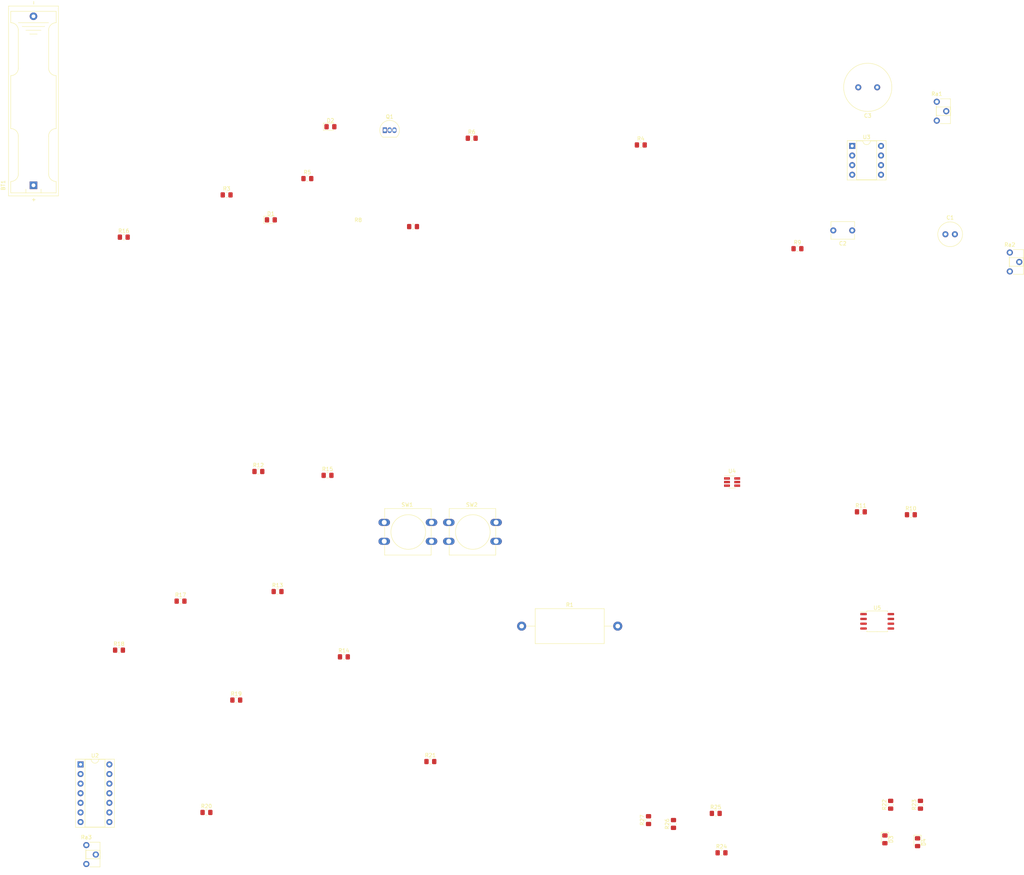
<source format=kicad_pcb>
(kicad_pcb (version 20171130) (host pcbnew 5.1.5+dfsg1-2build2)

  (general
    (thickness 1.6)
    (drawings 0)
    (tracks 0)
    (zones 0)
    (modules 43)
    (nets 28)
  )

  (page A3)
  (layers
    (0 F.Cu signal)
    (31 B.Cu signal)
    (32 B.Adhes user)
    (33 F.Adhes user)
    (34 B.Paste user)
    (35 F.Paste user)
    (36 B.SilkS user)
    (37 F.SilkS user)
    (38 B.Mask user)
    (39 F.Mask user)
    (40 Dwgs.User user)
    (41 Cmts.User user)
    (42 Eco1.User user)
    (43 Eco2.User user)
    (44 Edge.Cuts user)
    (45 Margin user)
    (46 B.CrtYd user)
    (47 F.CrtYd user)
    (48 B.Fab user)
    (49 F.Fab user)
  )

  (setup
    (last_trace_width 0.25)
    (trace_clearance 0.2)
    (zone_clearance 0.508)
    (zone_45_only no)
    (trace_min 0.2)
    (via_size 0.8)
    (via_drill 0.4)
    (via_min_size 0.4)
    (via_min_drill 0.3)
    (uvia_size 0.3)
    (uvia_drill 0.1)
    (uvias_allowed no)
    (uvia_min_size 0.2)
    (uvia_min_drill 0.1)
    (edge_width 0.05)
    (segment_width 0.2)
    (pcb_text_width 0.3)
    (pcb_text_size 1.5 1.5)
    (mod_edge_width 0.12)
    (mod_text_size 1 1)
    (mod_text_width 0.15)
    (pad_size 1.524 1.524)
    (pad_drill 0.762)
    (pad_to_mask_clearance 0.051)
    (solder_mask_min_width 0.25)
    (aux_axis_origin 0 0)
    (visible_elements FFFFFF7F)
    (pcbplotparams
      (layerselection 0x010fc_ffffffff)
      (usegerberextensions false)
      (usegerberattributes false)
      (usegerberadvancedattributes false)
      (creategerberjobfile false)
      (excludeedgelayer true)
      (linewidth 0.100000)
      (plotframeref false)
      (viasonmask false)
      (mode 1)
      (useauxorigin false)
      (hpglpennumber 1)
      (hpglpenspeed 20)
      (hpglpendiameter 15.000000)
      (psnegative false)
      (psa4output false)
      (plotreference true)
      (plotvalue true)
      (plotinvisibletext false)
      (padsonsilk false)
      (subtractmaskfromsilk false)
      (outputformat 1)
      (mirror false)
      (drillshape 1)
      (scaleselection 1)
      (outputdirectory ""))
  )

  (net 0 "")
  (net 1 GND)
  (net 2 "Net-(BT1-Pad1)")
  (net 3 "Net-(C1-Pad1)")
  (net 4 "Net-(C2-Pad1)")
  (net 5 VCC)
  (net 6 "Net-(D1-Pad1)")
  (net 7 "Net-(D2-Pad2)")
  (net 8 "Net-(D3-Pad2)")
  (net 9 "Net-(D4-Pad2)")
  (net 10 "Net-(Q1-Pad1)")
  (net 11 "Net-(Q1-Pad2)")
  (net 12 "Net-(R1-Pad2)")
  (net 13 "Net-(R3-Pad1)")
  (net 14 "Net-(R6-Pad1)")
  (net 15 "Net-(R23-Pad1)")
  (net 16 "Net-(R10-Pad2)")
  (net 17 "Net-(R11-Pad2)")
  (net 18 "Net-(R12-Pad2)")
  (net 19 "Net-(R14-Pad1)")
  (net 20 "Net-(R16-Pad1)")
  (net 21 "Net-(R18-Pad2)")
  (net 22 "Net-(R19-Pad1)")
  (net 23 "Net-(R20-Pad1)")
  (net 24 "Net-(R21-Pad1)")
  (net 25 "Net-(R22-Pad1)")
  (net 26 "Net-(R27-Pad2)")
  (net 27 "Net-(Ra1-Pad2)")

  (net_class Default "This is the default net class."
    (clearance 0.2)
    (trace_width 0.25)
    (via_dia 0.8)
    (via_drill 0.4)
    (uvia_dia 0.3)
    (uvia_drill 0.1)
    (add_net GND)
    (add_net "Net-(BT1-Pad1)")
    (add_net "Net-(C1-Pad1)")
    (add_net "Net-(C2-Pad1)")
    (add_net "Net-(D1-Pad1)")
    (add_net "Net-(D2-Pad2)")
    (add_net "Net-(D3-Pad2)")
    (add_net "Net-(D4-Pad2)")
    (add_net "Net-(Q1-Pad1)")
    (add_net "Net-(Q1-Pad2)")
    (add_net "Net-(R1-Pad2)")
    (add_net "Net-(R10-Pad2)")
    (add_net "Net-(R11-Pad2)")
    (add_net "Net-(R12-Pad2)")
    (add_net "Net-(R14-Pad1)")
    (add_net "Net-(R16-Pad1)")
    (add_net "Net-(R18-Pad2)")
    (add_net "Net-(R19-Pad1)")
    (add_net "Net-(R20-Pad1)")
    (add_net "Net-(R21-Pad1)")
    (add_net "Net-(R22-Pad1)")
    (add_net "Net-(R23-Pad1)")
    (add_net "Net-(R27-Pad2)")
    (add_net "Net-(R3-Pad1)")
    (add_net "Net-(R6-Pad1)")
    (add_net "Net-(Ra1-Pad2)")
    (add_net VCC)
  )

  (module Button_Switch_THT:SW_PUSH-12mm (layer F.Cu) (tedit 5D160D14) (tstamp 6042FEFC)
    (at 144.324 149.352)
    (descr "SW PUSH 12mm https://www.e-switch.com/system/asset/product_line/data_sheet/143/TL1100.pdf")
    (tags "tact sw push 12mm")
    (path /60E6BEAD)
    (fp_text reference SW2 (at 6.08 -4.66) (layer F.SilkS)
      (effects (font (size 1 1) (thickness 0.15)))
    )
    (fp_text value SW_Push (at 6.62 9.93) (layer F.Fab)
      (effects (font (size 1 1) (thickness 0.15)))
    )
    (fp_line (start 12.4 -3.65) (end 12.4 -0.93) (layer F.SilkS) (width 0.12))
    (fp_line (start 12.4 5.93) (end 12.4 8.65) (layer F.SilkS) (width 0.12))
    (fp_line (start 0.1 4.07) (end 0.1 0.93) (layer F.SilkS) (width 0.12))
    (fp_line (start 0.1 8.65) (end 0.1 5.93) (layer F.SilkS) (width 0.12))
    (fp_line (start 0.25 -3.5) (end 0.25 8.5) (layer F.Fab) (width 0.1))
    (fp_circle (center 6.35 2.54) (end 10.16 5.08) (layer F.SilkS) (width 0.12))
    (fp_line (start 14.25 8.75) (end -1.77 8.75) (layer F.CrtYd) (width 0.05))
    (fp_line (start 14.25 8.75) (end 14.25 -3.75) (layer F.CrtYd) (width 0.05))
    (fp_line (start -1.77 -3.75) (end -1.77 8.75) (layer F.CrtYd) (width 0.05))
    (fp_line (start -1.77 -3.75) (end 14.25 -3.75) (layer F.CrtYd) (width 0.05))
    (fp_line (start 0.1 -0.93) (end 0.1 -3.65) (layer F.SilkS) (width 0.12))
    (fp_line (start 12.4 8.65) (end 0.1 8.65) (layer F.SilkS) (width 0.12))
    (fp_line (start 12.4 0.93) (end 12.4 4.07) (layer F.SilkS) (width 0.12))
    (fp_line (start 0.1 -3.65) (end 12.4 -3.65) (layer F.SilkS) (width 0.12))
    (fp_text user %R (at 6.35 2.54) (layer F.Fab)
      (effects (font (size 1 1) (thickness 0.15)))
    )
    (fp_line (start 12.25 -3.5) (end 12.25 8.5) (layer F.Fab) (width 0.1))
    (fp_line (start 0.25 -3.5) (end 12.25 -3.5) (layer F.Fab) (width 0.1))
    (fp_line (start 0.25 8.5) (end 12.25 8.5) (layer F.Fab) (width 0.1))
    (pad 2 thru_hole oval (at 0 5) (size 3.048 1.85) (drill 1.3) (layers *.Cu *.Mask)
      (net 5 VCC))
    (pad 1 thru_hole oval (at 0 0) (size 3.048 1.85) (drill 1.3) (layers *.Cu *.Mask)
      (net 26 "Net-(R27-Pad2)"))
    (pad 2 thru_hole oval (at 12.5 5) (size 3.048 1.85) (drill 1.3) (layers *.Cu *.Mask)
      (net 5 VCC))
    (pad 1 thru_hole oval (at 12.5 0) (size 3.048 1.85) (drill 1.3) (layers *.Cu *.Mask)
      (net 26 "Net-(R27-Pad2)"))
    (model ${KISYS3DMOD}/Button_Switch_THT.3dshapes/SW_PUSH-12mm.wrl
      (at (xyz 0 0 0))
      (scale (xyz 1 1 1))
      (rotate (xyz 0 0 0))
    )
  )

  (module Button_Switch_THT:SW_PUSH-12mm (layer F.Cu) (tedit 5D160D14) (tstamp 6042FEE2)
    (at 127.254 149.352)
    (descr "SW PUSH 12mm https://www.e-switch.com/system/asset/product_line/data_sheet/143/TL1100.pdf")
    (tags "tact sw push 12mm")
    (path /60E4008E)
    (fp_text reference SW1 (at 6.08 -4.66) (layer F.SilkS)
      (effects (font (size 1 1) (thickness 0.15)))
    )
    (fp_text value SW_Push (at 6.62 9.93) (layer F.Fab)
      (effects (font (size 1 1) (thickness 0.15)))
    )
    (fp_line (start 12.4 -3.65) (end 12.4 -0.93) (layer F.SilkS) (width 0.12))
    (fp_line (start 12.4 5.93) (end 12.4 8.65) (layer F.SilkS) (width 0.12))
    (fp_line (start 0.1 4.07) (end 0.1 0.93) (layer F.SilkS) (width 0.12))
    (fp_line (start 0.1 8.65) (end 0.1 5.93) (layer F.SilkS) (width 0.12))
    (fp_line (start 0.25 -3.5) (end 0.25 8.5) (layer F.Fab) (width 0.1))
    (fp_circle (center 6.35 2.54) (end 10.16 5.08) (layer F.SilkS) (width 0.12))
    (fp_line (start 14.25 8.75) (end -1.77 8.75) (layer F.CrtYd) (width 0.05))
    (fp_line (start 14.25 8.75) (end 14.25 -3.75) (layer F.CrtYd) (width 0.05))
    (fp_line (start -1.77 -3.75) (end -1.77 8.75) (layer F.CrtYd) (width 0.05))
    (fp_line (start -1.77 -3.75) (end 14.25 -3.75) (layer F.CrtYd) (width 0.05))
    (fp_line (start 0.1 -0.93) (end 0.1 -3.65) (layer F.SilkS) (width 0.12))
    (fp_line (start 12.4 8.65) (end 0.1 8.65) (layer F.SilkS) (width 0.12))
    (fp_line (start 12.4 0.93) (end 12.4 4.07) (layer F.SilkS) (width 0.12))
    (fp_line (start 0.1 -3.65) (end 12.4 -3.65) (layer F.SilkS) (width 0.12))
    (fp_text user %R (at 6.35 2.54) (layer F.Fab)
      (effects (font (size 1 1) (thickness 0.15)))
    )
    (fp_line (start 12.25 -3.5) (end 12.25 8.5) (layer F.Fab) (width 0.1))
    (fp_line (start 0.25 -3.5) (end 12.25 -3.5) (layer F.Fab) (width 0.1))
    (fp_line (start 0.25 8.5) (end 12.25 8.5) (layer F.Fab) (width 0.1))
    (pad 2 thru_hole oval (at 0 5) (size 3.048 1.85) (drill 1.3) (layers *.Cu *.Mask)
      (net 5 VCC))
    (pad 1 thru_hole oval (at 0 0) (size 3.048 1.85) (drill 1.3) (layers *.Cu *.Mask)
      (net 24 "Net-(R21-Pad1)"))
    (pad 2 thru_hole oval (at 12.5 5) (size 3.048 1.85) (drill 1.3) (layers *.Cu *.Mask)
      (net 5 VCC))
    (pad 1 thru_hole oval (at 12.5 0) (size 3.048 1.85) (drill 1.3) (layers *.Cu *.Mask)
      (net 24 "Net-(R21-Pad1)"))
    (model ${KISYS3DMOD}/Button_Switch_THT.3dshapes/SW_PUSH-12mm.wrl
      (at (xyz 0 0 0))
      (scale (xyz 1 1 1))
      (rotate (xyz 0 0 0))
    )
  )

  (module Package_SO:SSOP-8_5.25x5.24mm_P1.27mm (layer F.Cu) (tedit 5D9F72B1) (tstamp 6042CA59)
    (at 257.556 175.514)
    (descr "SSOP, 8 Pin (http://www.fujitsu.com/ca/en/Images/MB85RS2MT-DS501-00023-1v0-E.pdf), generated with kicad-footprint-generator ipc_gullwing_generator.py")
    (tags "SSOP SO")
    (path /6072517B)
    (attr smd)
    (fp_text reference U5 (at 0 -3.57) (layer F.SilkS)
      (effects (font (size 1 1) (thickness 0.15)))
    )
    (fp_text value 74LVC2G02 (at 0 3.57) (layer F.Fab)
      (effects (font (size 1 1) (thickness 0.15)))
    )
    (fp_text user %R (at 0 0) (layer F.Fab)
      (effects (font (size 1 1) (thickness 0.15)))
    )
    (fp_line (start 4.73 -2.87) (end -4.73 -2.87) (layer F.CrtYd) (width 0.05))
    (fp_line (start 4.73 2.87) (end 4.73 -2.87) (layer F.CrtYd) (width 0.05))
    (fp_line (start -4.73 2.87) (end 4.73 2.87) (layer F.CrtYd) (width 0.05))
    (fp_line (start -4.73 -2.87) (end -4.73 2.87) (layer F.CrtYd) (width 0.05))
    (fp_line (start -2.625 -1.62) (end -1.625 -2.62) (layer F.Fab) (width 0.1))
    (fp_line (start -2.625 2.62) (end -2.625 -1.62) (layer F.Fab) (width 0.1))
    (fp_line (start 2.625 2.62) (end -2.625 2.62) (layer F.Fab) (width 0.1))
    (fp_line (start 2.625 -2.62) (end 2.625 2.62) (layer F.Fab) (width 0.1))
    (fp_line (start -1.625 -2.62) (end 2.625 -2.62) (layer F.Fab) (width 0.1))
    (fp_line (start -2.735 -2.465) (end -4.475 -2.465) (layer F.SilkS) (width 0.12))
    (fp_line (start -2.735 -2.73) (end -2.735 -2.465) (layer F.SilkS) (width 0.12))
    (fp_line (start 0 -2.73) (end -2.735 -2.73) (layer F.SilkS) (width 0.12))
    (fp_line (start 2.735 -2.73) (end 2.735 -2.465) (layer F.SilkS) (width 0.12))
    (fp_line (start 0 -2.73) (end 2.735 -2.73) (layer F.SilkS) (width 0.12))
    (fp_line (start -2.735 2.73) (end -2.735 2.465) (layer F.SilkS) (width 0.12))
    (fp_line (start 0 2.73) (end -2.735 2.73) (layer F.SilkS) (width 0.12))
    (fp_line (start 2.735 2.73) (end 2.735 2.465) (layer F.SilkS) (width 0.12))
    (fp_line (start 0 2.73) (end 2.735 2.73) (layer F.SilkS) (width 0.12))
    (pad 8 smd roundrect (at 3.6125 -1.905) (size 1.725 0.6) (layers F.Cu F.Paste F.Mask) (roundrect_rratio 0.25)
      (net 5 VCC))
    (pad 7 smd roundrect (at 3.6125 -0.635) (size 1.725 0.6) (layers F.Cu F.Paste F.Mask) (roundrect_rratio 0.25)
      (net 15 "Net-(R23-Pad1)"))
    (pad 6 smd roundrect (at 3.6125 0.635) (size 1.725 0.6) (layers F.Cu F.Paste F.Mask) (roundrect_rratio 0.25)
      (net 15 "Net-(R23-Pad1)"))
    (pad 5 smd roundrect (at 3.6125 1.905) (size 1.725 0.6) (layers F.Cu F.Paste F.Mask) (roundrect_rratio 0.25)
      (net 24 "Net-(R21-Pad1)"))
    (pad 4 smd roundrect (at -3.6125 1.905) (size 1.725 0.6) (layers F.Cu F.Paste F.Mask) (roundrect_rratio 0.25)
      (net 1 GND))
    (pad 3 smd roundrect (at -3.6125 0.635) (size 1.725 0.6) (layers F.Cu F.Paste F.Mask) (roundrect_rratio 0.25)
      (net 25 "Net-(R22-Pad1)"))
    (pad 2 smd roundrect (at -3.6125 -0.635) (size 1.725 0.6) (layers F.Cu F.Paste F.Mask) (roundrect_rratio 0.25)
      (net 26 "Net-(R27-Pad2)"))
    (pad 1 smd roundrect (at -3.6125 -1.905) (size 1.725 0.6) (layers F.Cu F.Paste F.Mask) (roundrect_rratio 0.25)
      (net 25 "Net-(R22-Pad1)"))
    (model ${KISYS3DMOD}/Package_SO.3dshapes/SSOP-8_5.25x5.24mm_P1.27mm.wrl
      (at (xyz 0 0 0))
      (scale (xyz 1 1 1))
      (rotate (xyz 0 0 0))
    )
  )

  (module Package_TO_SOT_SMD:SOT-23-6_Handsoldering (layer F.Cu) (tedit 5A02FF57) (tstamp 6042CA3A)
    (at 219.202 138.684)
    (descr "6-pin SOT-23 package, Handsoldering")
    (tags "SOT-23-6 Handsoldering")
    (path /606463D7)
    (attr smd)
    (fp_text reference U4 (at 0 -2.9) (layer F.SilkS)
      (effects (font (size 1 1) (thickness 0.15)))
    )
    (fp_text value 74LVC1G332 (at 0 2.9) (layer F.Fab)
      (effects (font (size 1 1) (thickness 0.15)))
    )
    (fp_line (start 0.9 -1.55) (end 0.9 1.55) (layer F.Fab) (width 0.1))
    (fp_line (start 0.9 1.55) (end -0.9 1.55) (layer F.Fab) (width 0.1))
    (fp_line (start -0.9 -0.9) (end -0.9 1.55) (layer F.Fab) (width 0.1))
    (fp_line (start 0.9 -1.55) (end -0.25 -1.55) (layer F.Fab) (width 0.1))
    (fp_line (start -0.9 -0.9) (end -0.25 -1.55) (layer F.Fab) (width 0.1))
    (fp_line (start -2.4 -1.8) (end 2.4 -1.8) (layer F.CrtYd) (width 0.05))
    (fp_line (start 2.4 -1.8) (end 2.4 1.8) (layer F.CrtYd) (width 0.05))
    (fp_line (start 2.4 1.8) (end -2.4 1.8) (layer F.CrtYd) (width 0.05))
    (fp_line (start -2.4 1.8) (end -2.4 -1.8) (layer F.CrtYd) (width 0.05))
    (fp_line (start 0.9 -1.61) (end -2.05 -1.61) (layer F.SilkS) (width 0.12))
    (fp_line (start -0.9 1.61) (end 0.9 1.61) (layer F.SilkS) (width 0.12))
    (fp_text user %R (at 0 0 90) (layer F.Fab)
      (effects (font (size 0.5 0.5) (thickness 0.075)))
    )
    (pad 5 smd rect (at 1.35 0) (size 1.56 0.65) (layers F.Cu F.Paste F.Mask)
      (net 5 VCC))
    (pad 6 smd rect (at 1.35 -0.95) (size 1.56 0.65) (layers F.Cu F.Paste F.Mask)
      (net 15 "Net-(R23-Pad1)"))
    (pad 4 smd rect (at 1.35 0.95) (size 1.56 0.65) (layers F.Cu F.Paste F.Mask)
      (net 14 "Net-(R6-Pad1)"))
    (pad 3 smd rect (at -1.35 0.95) (size 1.56 0.65) (layers F.Cu F.Paste F.Mask)
      (net 17 "Net-(R11-Pad2)"))
    (pad 2 smd rect (at -1.35 0) (size 1.56 0.65) (layers F.Cu F.Paste F.Mask)
      (net 1 GND))
    (pad 1 smd rect (at -1.35 -0.95) (size 1.56 0.65) (layers F.Cu F.Paste F.Mask)
      (net 16 "Net-(R10-Pad2)"))
    (model ${KISYS3DMOD}/Package_TO_SOT_SMD.3dshapes/SOT-23-6.wrl
      (at (xyz 0 0 0))
      (scale (xyz 1 1 1))
      (rotate (xyz 0 0 0))
    )
  )

  (module Package_DIP:DIP-8_W7.62mm_Socket (layer F.Cu) (tedit 5A02E8C5) (tstamp 6042CA24)
    (at 250.952 49.784)
    (descr "8-lead though-hole mounted DIP package, row spacing 7.62 mm (300 mils), Socket")
    (tags "THT DIP DIL PDIP 2.54mm 7.62mm 300mil Socket")
    (path /60426417)
    (fp_text reference U3 (at 3.81 -2.33) (layer F.SilkS)
      (effects (font (size 1 1) (thickness 0.15)))
    )
    (fp_text value NE555 (at 3.81 9.95) (layer F.Fab)
      (effects (font (size 1 1) (thickness 0.15)))
    )
    (fp_text user %R (at 3.81 3.81) (layer F.Fab)
      (effects (font (size 1 1) (thickness 0.15)))
    )
    (fp_line (start 9.15 -1.6) (end -1.55 -1.6) (layer F.CrtYd) (width 0.05))
    (fp_line (start 9.15 9.2) (end 9.15 -1.6) (layer F.CrtYd) (width 0.05))
    (fp_line (start -1.55 9.2) (end 9.15 9.2) (layer F.CrtYd) (width 0.05))
    (fp_line (start -1.55 -1.6) (end -1.55 9.2) (layer F.CrtYd) (width 0.05))
    (fp_line (start 8.95 -1.39) (end -1.33 -1.39) (layer F.SilkS) (width 0.12))
    (fp_line (start 8.95 9.01) (end 8.95 -1.39) (layer F.SilkS) (width 0.12))
    (fp_line (start -1.33 9.01) (end 8.95 9.01) (layer F.SilkS) (width 0.12))
    (fp_line (start -1.33 -1.39) (end -1.33 9.01) (layer F.SilkS) (width 0.12))
    (fp_line (start 6.46 -1.33) (end 4.81 -1.33) (layer F.SilkS) (width 0.12))
    (fp_line (start 6.46 8.95) (end 6.46 -1.33) (layer F.SilkS) (width 0.12))
    (fp_line (start 1.16 8.95) (end 6.46 8.95) (layer F.SilkS) (width 0.12))
    (fp_line (start 1.16 -1.33) (end 1.16 8.95) (layer F.SilkS) (width 0.12))
    (fp_line (start 2.81 -1.33) (end 1.16 -1.33) (layer F.SilkS) (width 0.12))
    (fp_line (start 8.89 -1.33) (end -1.27 -1.33) (layer F.Fab) (width 0.1))
    (fp_line (start 8.89 8.95) (end 8.89 -1.33) (layer F.Fab) (width 0.1))
    (fp_line (start -1.27 8.95) (end 8.89 8.95) (layer F.Fab) (width 0.1))
    (fp_line (start -1.27 -1.33) (end -1.27 8.95) (layer F.Fab) (width 0.1))
    (fp_line (start 0.635 -0.27) (end 1.635 -1.27) (layer F.Fab) (width 0.1))
    (fp_line (start 0.635 8.89) (end 0.635 -0.27) (layer F.Fab) (width 0.1))
    (fp_line (start 6.985 8.89) (end 0.635 8.89) (layer F.Fab) (width 0.1))
    (fp_line (start 6.985 -1.27) (end 6.985 8.89) (layer F.Fab) (width 0.1))
    (fp_line (start 1.635 -1.27) (end 6.985 -1.27) (layer F.Fab) (width 0.1))
    (fp_arc (start 3.81 -1.33) (end 2.81 -1.33) (angle -180) (layer F.SilkS) (width 0.12))
    (pad 8 thru_hole oval (at 7.62 0) (size 1.6 1.6) (drill 0.8) (layers *.Cu *.Mask)
      (net 5 VCC))
    (pad 4 thru_hole oval (at 0 7.62) (size 1.6 1.6) (drill 0.8) (layers *.Cu *.Mask)
      (net 10 "Net-(Q1-Pad1)"))
    (pad 7 thru_hole oval (at 7.62 2.54) (size 1.6 1.6) (drill 0.8) (layers *.Cu *.Mask)
      (net 27 "Net-(Ra1-Pad2)"))
    (pad 3 thru_hole oval (at 0 5.08) (size 1.6 1.6) (drill 0.8) (layers *.Cu *.Mask)
      (net 13 "Net-(R3-Pad1)"))
    (pad 6 thru_hole oval (at 7.62 5.08) (size 1.6 1.6) (drill 0.8) (layers *.Cu *.Mask)
      (net 3 "Net-(C1-Pad1)"))
    (pad 2 thru_hole oval (at 0 2.54) (size 1.6 1.6) (drill 0.8) (layers *.Cu *.Mask)
      (net 3 "Net-(C1-Pad1)"))
    (pad 5 thru_hole oval (at 7.62 7.62) (size 1.6 1.6) (drill 0.8) (layers *.Cu *.Mask)
      (net 4 "Net-(C2-Pad1)"))
    (pad 1 thru_hole rect (at 0 0) (size 1.6 1.6) (drill 0.8) (layers *.Cu *.Mask)
      (net 1 GND))
    (model ${KISYS3DMOD}/Package_DIP.3dshapes/DIP-8_W7.62mm_Socket.wrl
      (at (xyz 0 0 0))
      (scale (xyz 1 1 1))
      (rotate (xyz 0 0 0))
    )
  )

  (module Package_DIP:DIP-14_W7.62mm_Socket (layer F.Cu) (tedit 5A02E8C5) (tstamp 6042CA00)
    (at 46.99 213.36)
    (descr "14-lead though-hole mounted DIP package, row spacing 7.62 mm (300 mils), Socket")
    (tags "THT DIP DIL PDIP 2.54mm 7.62mm 300mil Socket")
    (path /6059B86F)
    (fp_text reference U2 (at 3.81 -2.33) (layer F.SilkS)
      (effects (font (size 1 1) (thickness 0.15)))
    )
    (fp_text value LM324 (at 3.81 17.57) (layer F.Fab)
      (effects (font (size 1 1) (thickness 0.15)))
    )
    (fp_text user %R (at 3.81 7.62) (layer F.Fab)
      (effects (font (size 1 1) (thickness 0.15)))
    )
    (fp_line (start 9.15 -1.6) (end -1.55 -1.6) (layer F.CrtYd) (width 0.05))
    (fp_line (start 9.15 16.85) (end 9.15 -1.6) (layer F.CrtYd) (width 0.05))
    (fp_line (start -1.55 16.85) (end 9.15 16.85) (layer F.CrtYd) (width 0.05))
    (fp_line (start -1.55 -1.6) (end -1.55 16.85) (layer F.CrtYd) (width 0.05))
    (fp_line (start 8.95 -1.39) (end -1.33 -1.39) (layer F.SilkS) (width 0.12))
    (fp_line (start 8.95 16.63) (end 8.95 -1.39) (layer F.SilkS) (width 0.12))
    (fp_line (start -1.33 16.63) (end 8.95 16.63) (layer F.SilkS) (width 0.12))
    (fp_line (start -1.33 -1.39) (end -1.33 16.63) (layer F.SilkS) (width 0.12))
    (fp_line (start 6.46 -1.33) (end 4.81 -1.33) (layer F.SilkS) (width 0.12))
    (fp_line (start 6.46 16.57) (end 6.46 -1.33) (layer F.SilkS) (width 0.12))
    (fp_line (start 1.16 16.57) (end 6.46 16.57) (layer F.SilkS) (width 0.12))
    (fp_line (start 1.16 -1.33) (end 1.16 16.57) (layer F.SilkS) (width 0.12))
    (fp_line (start 2.81 -1.33) (end 1.16 -1.33) (layer F.SilkS) (width 0.12))
    (fp_line (start 8.89 -1.33) (end -1.27 -1.33) (layer F.Fab) (width 0.1))
    (fp_line (start 8.89 16.57) (end 8.89 -1.33) (layer F.Fab) (width 0.1))
    (fp_line (start -1.27 16.57) (end 8.89 16.57) (layer F.Fab) (width 0.1))
    (fp_line (start -1.27 -1.33) (end -1.27 16.57) (layer F.Fab) (width 0.1))
    (fp_line (start 0.635 -0.27) (end 1.635 -1.27) (layer F.Fab) (width 0.1))
    (fp_line (start 0.635 16.51) (end 0.635 -0.27) (layer F.Fab) (width 0.1))
    (fp_line (start 6.985 16.51) (end 0.635 16.51) (layer F.Fab) (width 0.1))
    (fp_line (start 6.985 -1.27) (end 6.985 16.51) (layer F.Fab) (width 0.1))
    (fp_line (start 1.635 -1.27) (end 6.985 -1.27) (layer F.Fab) (width 0.1))
    (fp_arc (start 3.81 -1.33) (end 2.81 -1.33) (angle -180) (layer F.SilkS) (width 0.12))
    (pad 14 thru_hole oval (at 7.62 0) (size 1.6 1.6) (drill 0.8) (layers *.Cu *.Mask))
    (pad 7 thru_hole oval (at 0 15.24) (size 1.6 1.6) (drill 0.8) (layers *.Cu *.Mask)
      (net 16 "Net-(R10-Pad2)"))
    (pad 13 thru_hole oval (at 7.62 2.54) (size 1.6 1.6) (drill 0.8) (layers *.Cu *.Mask))
    (pad 6 thru_hole oval (at 0 12.7) (size 1.6 1.6) (drill 0.8) (layers *.Cu *.Mask)
      (net 20 "Net-(R16-Pad1)"))
    (pad 12 thru_hole oval (at 7.62 5.08) (size 1.6 1.6) (drill 0.8) (layers *.Cu *.Mask))
    (pad 5 thru_hole oval (at 0 10.16) (size 1.6 1.6) (drill 0.8) (layers *.Cu *.Mask)
      (net 19 "Net-(R14-Pad1)"))
    (pad 11 thru_hole oval (at 7.62 7.62) (size 1.6 1.6) (drill 0.8) (layers *.Cu *.Mask))
    (pad 4 thru_hole oval (at 0 7.62) (size 1.6 1.6) (drill 0.8) (layers *.Cu *.Mask))
    (pad 10 thru_hole oval (at 7.62 10.16) (size 1.6 1.6) (drill 0.8) (layers *.Cu *.Mask)
      (net 18 "Net-(R12-Pad2)"))
    (pad 3 thru_hole oval (at 0 5.08) (size 1.6 1.6) (drill 0.8) (layers *.Cu *.Mask)
      (net 2 "Net-(BT1-Pad1)"))
    (pad 9 thru_hole oval (at 7.62 12.7) (size 1.6 1.6) (drill 0.8) (layers *.Cu *.Mask)
      (net 2 "Net-(BT1-Pad1)"))
    (pad 2 thru_hole oval (at 0 2.54) (size 1.6 1.6) (drill 0.8) (layers *.Cu *.Mask)
      (net 23 "Net-(R20-Pad1)"))
    (pad 8 thru_hole oval (at 7.62 15.24) (size 1.6 1.6) (drill 0.8) (layers *.Cu *.Mask)
      (net 17 "Net-(R11-Pad2)"))
    (pad 1 thru_hole rect (at 0 0) (size 1.6 1.6) (drill 0.8) (layers *.Cu *.Mask)
      (net 24 "Net-(R21-Pad1)"))
    (model ${KISYS3DMOD}/Package_DIP.3dshapes/DIP-14_W7.62mm_Socket.wrl
      (at (xyz 0 0 0))
      (scale (xyz 1 1 1))
      (rotate (xyz 0 0 0))
    )
  )

  (module Potentiometer_THT:Potentiometer_ACP_CA6-H2,5_Horizontal (layer F.Cu) (tedit 5A3D4994) (tstamp 6042C9AA)
    (at 48.514 234.696)
    (descr "Potentiometer, horizontal, ACP CA6-H2,5, http://www.acptechnologies.com/wp-content/uploads/2017/06/01-ACP-CA6.pdf")
    (tags "Potentiometer horizontal ACP CA6-H2,5")
    (path /605B75B2)
    (fp_text reference Ra3 (at 0 -2.06) (layer F.SilkS)
      (effects (font (size 1 1) (thickness 0.15)))
    )
    (fp_text value 50k (at 0 7.06) (layer F.Fab)
      (effects (font (size 1 1) (thickness 0.15)))
    )
    (fp_text user %R (at 1.75 2.5) (layer F.Fab)
      (effects (font (size 0.78 0.78) (thickness 0.15)))
    )
    (fp_line (start 3.75 -1.1) (end -1.1 -1.1) (layer F.CrtYd) (width 0.05))
    (fp_line (start 3.75 6.1) (end 3.75 -1.1) (layer F.CrtYd) (width 0.05))
    (fp_line (start -1.1 6.1) (end 3.75 6.1) (layer F.CrtYd) (width 0.05))
    (fp_line (start -1.1 -1.1) (end -1.1 6.1) (layer F.CrtYd) (width 0.05))
    (fp_line (start 3.62 1.38) (end 3.62 3.62) (layer F.SilkS) (width 0.12))
    (fp_line (start -0.121 1.38) (end -0.121 3.62) (layer F.SilkS) (width 0.12))
    (fp_line (start -0.121 3.62) (end 3.62 3.62) (layer F.SilkS) (width 0.12))
    (fp_line (start -0.121 1.38) (end 3.62 1.38) (layer F.SilkS) (width 0.12))
    (fp_line (start -0.121 1.066) (end -0.121 3.935) (layer F.SilkS) (width 0.12))
    (fp_line (start 3.62 -0.77) (end 3.62 5.77) (layer F.SilkS) (width 0.12))
    (fp_line (start 0.925 5.77) (end 3.62 5.77) (layer F.SilkS) (width 0.12))
    (fp_line (start 0.925 -0.77) (end 3.62 -0.77) (layer F.SilkS) (width 0.12))
    (fp_line (start 3.5 1.5) (end 0 1.5) (layer F.Fab) (width 0.1))
    (fp_line (start 3.5 3.5) (end 3.5 1.5) (layer F.Fab) (width 0.1))
    (fp_line (start 0 3.5) (end 3.5 3.5) (layer F.Fab) (width 0.1))
    (fp_line (start 0 1.5) (end 0 3.5) (layer F.Fab) (width 0.1))
    (fp_line (start 0 -0.65) (end 3.5 -0.65) (layer F.Fab) (width 0.1))
    (fp_line (start 0 5.65) (end 0 -0.65) (layer F.Fab) (width 0.1))
    (fp_line (start 3.5 5.65) (end 0 5.65) (layer F.Fab) (width 0.1))
    (fp_line (start 3.5 -0.65) (end 3.5 5.65) (layer F.Fab) (width 0.1))
    (pad 1 thru_hole circle (at 0 0) (size 1.62 1.62) (drill 0.9) (layers *.Cu *.Mask)
      (net 21 "Net-(R18-Pad2)"))
    (pad 2 thru_hole circle (at 2.5 2.5) (size 1.62 1.62) (drill 0.9) (layers *.Cu *.Mask)
      (net 22 "Net-(R19-Pad1)"))
    (pad 3 thru_hole circle (at 0 5) (size 1.62 1.62) (drill 0.9) (layers *.Cu *.Mask)
      (net 1 GND))
    (model ${KISYS3DMOD}/Potentiometer_THT.3dshapes/Potentiometer_ACP_CA6-H2,5_Horizontal.wrl
      (at (xyz 0 0 0))
      (scale (xyz 1 1 1))
      (rotate (xyz 0 0 0))
    )
  )

  (module Potentiometer_THT:Potentiometer_ACP_CA6-H2,5_Horizontal (layer F.Cu) (tedit 5A3D4994) (tstamp 6042C98E)
    (at 292.608 77.978)
    (descr "Potentiometer, horizontal, ACP CA6-H2,5, http://www.acptechnologies.com/wp-content/uploads/2017/06/01-ACP-CA6.pdf")
    (tags "Potentiometer horizontal ACP CA6-H2,5")
    (path /6043003A)
    (fp_text reference Ra2 (at 0 -2.06) (layer F.SilkS)
      (effects (font (size 1 1) (thickness 0.15)))
    )
    (fp_text value 153 (at 0 7.06) (layer F.Fab)
      (effects (font (size 1 1) (thickness 0.15)))
    )
    (fp_text user %R (at 1.75 2.5) (layer F.Fab)
      (effects (font (size 0.78 0.78) (thickness 0.15)))
    )
    (fp_line (start 3.75 -1.1) (end -1.1 -1.1) (layer F.CrtYd) (width 0.05))
    (fp_line (start 3.75 6.1) (end 3.75 -1.1) (layer F.CrtYd) (width 0.05))
    (fp_line (start -1.1 6.1) (end 3.75 6.1) (layer F.CrtYd) (width 0.05))
    (fp_line (start -1.1 -1.1) (end -1.1 6.1) (layer F.CrtYd) (width 0.05))
    (fp_line (start 3.62 1.38) (end 3.62 3.62) (layer F.SilkS) (width 0.12))
    (fp_line (start -0.121 1.38) (end -0.121 3.62) (layer F.SilkS) (width 0.12))
    (fp_line (start -0.121 3.62) (end 3.62 3.62) (layer F.SilkS) (width 0.12))
    (fp_line (start -0.121 1.38) (end 3.62 1.38) (layer F.SilkS) (width 0.12))
    (fp_line (start -0.121 1.066) (end -0.121 3.935) (layer F.SilkS) (width 0.12))
    (fp_line (start 3.62 -0.77) (end 3.62 5.77) (layer F.SilkS) (width 0.12))
    (fp_line (start 0.925 5.77) (end 3.62 5.77) (layer F.SilkS) (width 0.12))
    (fp_line (start 0.925 -0.77) (end 3.62 -0.77) (layer F.SilkS) (width 0.12))
    (fp_line (start 3.5 1.5) (end 0 1.5) (layer F.Fab) (width 0.1))
    (fp_line (start 3.5 3.5) (end 3.5 1.5) (layer F.Fab) (width 0.1))
    (fp_line (start 0 3.5) (end 3.5 3.5) (layer F.Fab) (width 0.1))
    (fp_line (start 0 1.5) (end 0 3.5) (layer F.Fab) (width 0.1))
    (fp_line (start 0 -0.65) (end 3.5 -0.65) (layer F.Fab) (width 0.1))
    (fp_line (start 0 5.65) (end 0 -0.65) (layer F.Fab) (width 0.1))
    (fp_line (start 3.5 5.65) (end 0 5.65) (layer F.Fab) (width 0.1))
    (fp_line (start 3.5 -0.65) (end 3.5 5.65) (layer F.Fab) (width 0.1))
    (pad 1 thru_hole circle (at 0 0) (size 1.62 1.62) (drill 0.9) (layers *.Cu *.Mask)
      (net 1 GND))
    (pad 2 thru_hole circle (at 2.5 2.5) (size 1.62 1.62) (drill 0.9) (layers *.Cu *.Mask)
      (net 3 "Net-(C1-Pad1)"))
    (pad 3 thru_hole circle (at 0 5) (size 1.62 1.62) (drill 0.9) (layers *.Cu *.Mask)
      (net 27 "Net-(Ra1-Pad2)"))
    (model ${KISYS3DMOD}/Potentiometer_THT.3dshapes/Potentiometer_ACP_CA6-H2,5_Horizontal.wrl
      (at (xyz 0 0 0))
      (scale (xyz 1 1 1))
      (rotate (xyz 0 0 0))
    )
  )

  (module Potentiometer_THT:Potentiometer_ACP_CA6-H2,5_Horizontal (layer F.Cu) (tedit 5A3D4994) (tstamp 6042C972)
    (at 273.304 38.1)
    (descr "Potentiometer, horizontal, ACP CA6-H2,5, http://www.acptechnologies.com/wp-content/uploads/2017/06/01-ACP-CA6.pdf")
    (tags "Potentiometer horizontal ACP CA6-H2,5")
    (path /60430A12)
    (fp_text reference Ra1 (at 0 -2.06) (layer F.SilkS)
      (effects (font (size 1 1) (thickness 0.15)))
    )
    (fp_text value 3.5k (at 0 7.06) (layer F.Fab)
      (effects (font (size 1 1) (thickness 0.15)))
    )
    (fp_text user %R (at 1.75 2.5) (layer F.Fab)
      (effects (font (size 0.78 0.78) (thickness 0.15)))
    )
    (fp_line (start 3.75 -1.1) (end -1.1 -1.1) (layer F.CrtYd) (width 0.05))
    (fp_line (start 3.75 6.1) (end 3.75 -1.1) (layer F.CrtYd) (width 0.05))
    (fp_line (start -1.1 6.1) (end 3.75 6.1) (layer F.CrtYd) (width 0.05))
    (fp_line (start -1.1 -1.1) (end -1.1 6.1) (layer F.CrtYd) (width 0.05))
    (fp_line (start 3.62 1.38) (end 3.62 3.62) (layer F.SilkS) (width 0.12))
    (fp_line (start -0.121 1.38) (end -0.121 3.62) (layer F.SilkS) (width 0.12))
    (fp_line (start -0.121 3.62) (end 3.62 3.62) (layer F.SilkS) (width 0.12))
    (fp_line (start -0.121 1.38) (end 3.62 1.38) (layer F.SilkS) (width 0.12))
    (fp_line (start -0.121 1.066) (end -0.121 3.935) (layer F.SilkS) (width 0.12))
    (fp_line (start 3.62 -0.77) (end 3.62 5.77) (layer F.SilkS) (width 0.12))
    (fp_line (start 0.925 5.77) (end 3.62 5.77) (layer F.SilkS) (width 0.12))
    (fp_line (start 0.925 -0.77) (end 3.62 -0.77) (layer F.SilkS) (width 0.12))
    (fp_line (start 3.5 1.5) (end 0 1.5) (layer F.Fab) (width 0.1))
    (fp_line (start 3.5 3.5) (end 3.5 1.5) (layer F.Fab) (width 0.1))
    (fp_line (start 0 3.5) (end 3.5 3.5) (layer F.Fab) (width 0.1))
    (fp_line (start 0 1.5) (end 0 3.5) (layer F.Fab) (width 0.1))
    (fp_line (start 0 -0.65) (end 3.5 -0.65) (layer F.Fab) (width 0.1))
    (fp_line (start 0 5.65) (end 0 -0.65) (layer F.Fab) (width 0.1))
    (fp_line (start 3.5 5.65) (end 0 5.65) (layer F.Fab) (width 0.1))
    (fp_line (start 3.5 -0.65) (end 3.5 5.65) (layer F.Fab) (width 0.1))
    (pad 1 thru_hole circle (at 0 0) (size 1.62 1.62) (drill 0.9) (layers *.Cu *.Mask)
      (net 1 GND))
    (pad 2 thru_hole circle (at 2.5 2.5) (size 1.62 1.62) (drill 0.9) (layers *.Cu *.Mask)
      (net 27 "Net-(Ra1-Pad2)"))
    (pad 3 thru_hole circle (at 0 5) (size 1.62 1.62) (drill 0.9) (layers *.Cu *.Mask)
      (net 5 VCC))
    (model ${KISYS3DMOD}/Potentiometer_THT.3dshapes/Potentiometer_ACP_CA6-H2,5_Horizontal.wrl
      (at (xyz 0 0 0))
      (scale (xyz 1 1 1))
      (rotate (xyz 0 0 0))
    )
  )

  (module Resistor_SMD:R_0805_2012Metric_Pad1.15x1.40mm_HandSolder (layer F.Cu) (tedit 5B36C52B) (tstamp 6042C956)
    (at 197.113 228.092 90)
    (descr "Resistor SMD 0805 (2012 Metric), square (rectangular) end terminal, IPC_7351 nominal with elongated pad for handsoldering. (Body size source: https://docs.google.com/spreadsheets/d/1BsfQQcO9C6DZCsRaXUlFlo91Tg2WpOkGARC1WS5S8t0/edit?usp=sharing), generated with kicad-footprint-generator")
    (tags "resistor handsolder")
    (path /60592F26)
    (attr smd)
    (fp_text reference R27 (at 0 -1.65 90) (layer F.SilkS)
      (effects (font (size 1 1) (thickness 0.15)))
    )
    (fp_text value 10k (at 0 1.65 90) (layer F.Fab)
      (effects (font (size 1 1) (thickness 0.15)))
    )
    (fp_text user %R (at 0 0 90) (layer F.Fab)
      (effects (font (size 0.5 0.5) (thickness 0.08)))
    )
    (fp_line (start 1.85 0.95) (end -1.85 0.95) (layer F.CrtYd) (width 0.05))
    (fp_line (start 1.85 -0.95) (end 1.85 0.95) (layer F.CrtYd) (width 0.05))
    (fp_line (start -1.85 -0.95) (end 1.85 -0.95) (layer F.CrtYd) (width 0.05))
    (fp_line (start -1.85 0.95) (end -1.85 -0.95) (layer F.CrtYd) (width 0.05))
    (fp_line (start -0.261252 0.71) (end 0.261252 0.71) (layer F.SilkS) (width 0.12))
    (fp_line (start -0.261252 -0.71) (end 0.261252 -0.71) (layer F.SilkS) (width 0.12))
    (fp_line (start 1 0.6) (end -1 0.6) (layer F.Fab) (width 0.1))
    (fp_line (start 1 -0.6) (end 1 0.6) (layer F.Fab) (width 0.1))
    (fp_line (start -1 -0.6) (end 1 -0.6) (layer F.Fab) (width 0.1))
    (fp_line (start -1 0.6) (end -1 -0.6) (layer F.Fab) (width 0.1))
    (pad 2 smd roundrect (at 1.025 0 90) (size 1.15 1.4) (layers F.Cu F.Paste F.Mask) (roundrect_rratio 0.217391)
      (net 26 "Net-(R27-Pad2)"))
    (pad 1 smd roundrect (at -1.025 0 90) (size 1.15 1.4) (layers F.Cu F.Paste F.Mask) (roundrect_rratio 0.217391)
      (net 1 GND))
    (model ${KISYS3DMOD}/Resistor_SMD.3dshapes/R_0805_2012Metric.wrl
      (at (xyz 0 0 0))
      (scale (xyz 1 1 1))
      (rotate (xyz 0 0 0))
    )
  )

  (module Resistor_SMD:R_0805_2012Metric_Pad1.15x1.40mm_HandSolder (layer F.Cu) (tedit 5B36C52B) (tstamp 6042C945)
    (at 203.708 229.108 90)
    (descr "Resistor SMD 0805 (2012 Metric), square (rectangular) end terminal, IPC_7351 nominal with elongated pad for handsoldering. (Body size source: https://docs.google.com/spreadsheets/d/1BsfQQcO9C6DZCsRaXUlFlo91Tg2WpOkGARC1WS5S8t0/edit?usp=sharing), generated with kicad-footprint-generator")
    (tags "resistor handsolder")
    (path /6058FF85)
    (attr smd)
    (fp_text reference R26 (at 0 -1.65 90) (layer F.SilkS)
      (effects (font (size 1 1) (thickness 0.15)))
    )
    (fp_text value 10k (at 0 1.65 90) (layer F.Fab)
      (effects (font (size 1 1) (thickness 0.15)))
    )
    (fp_text user %R (at 0 0 90) (layer F.Fab)
      (effects (font (size 0.5 0.5) (thickness 0.08)))
    )
    (fp_line (start 1.85 0.95) (end -1.85 0.95) (layer F.CrtYd) (width 0.05))
    (fp_line (start 1.85 -0.95) (end 1.85 0.95) (layer F.CrtYd) (width 0.05))
    (fp_line (start -1.85 -0.95) (end 1.85 -0.95) (layer F.CrtYd) (width 0.05))
    (fp_line (start -1.85 0.95) (end -1.85 -0.95) (layer F.CrtYd) (width 0.05))
    (fp_line (start -0.261252 0.71) (end 0.261252 0.71) (layer F.SilkS) (width 0.12))
    (fp_line (start -0.261252 -0.71) (end 0.261252 -0.71) (layer F.SilkS) (width 0.12))
    (fp_line (start 1 0.6) (end -1 0.6) (layer F.Fab) (width 0.1))
    (fp_line (start 1 -0.6) (end 1 0.6) (layer F.Fab) (width 0.1))
    (fp_line (start -1 -0.6) (end 1 -0.6) (layer F.Fab) (width 0.1))
    (fp_line (start -1 0.6) (end -1 -0.6) (layer F.Fab) (width 0.1))
    (pad 2 smd roundrect (at 1.025 0 90) (size 1.15 1.4) (layers F.Cu F.Paste F.Mask) (roundrect_rratio 0.217391)
      (net 25 "Net-(R22-Pad1)"))
    (pad 1 smd roundrect (at -1.025 0 90) (size 1.15 1.4) (layers F.Cu F.Paste F.Mask) (roundrect_rratio 0.217391)
      (net 1 GND))
    (model ${KISYS3DMOD}/Resistor_SMD.3dshapes/R_0805_2012Metric.wrl
      (at (xyz 0 0 0))
      (scale (xyz 1 1 1))
      (rotate (xyz 0 0 0))
    )
  )

  (module Resistor_SMD:R_0805_2012Metric_Pad1.15x1.40mm_HandSolder (layer F.Cu) (tedit 5B36C52B) (tstamp 6042C934)
    (at 214.884 226.314)
    (descr "Resistor SMD 0805 (2012 Metric), square (rectangular) end terminal, IPC_7351 nominal with elongated pad for handsoldering. (Body size source: https://docs.google.com/spreadsheets/d/1BsfQQcO9C6DZCsRaXUlFlo91Tg2WpOkGARC1WS5S8t0/edit?usp=sharing), generated with kicad-footprint-generator")
    (tags "resistor handsolder")
    (path /6058E6CA)
    (attr smd)
    (fp_text reference R25 (at 0 -1.65) (layer F.SilkS)
      (effects (font (size 1 1) (thickness 0.15)))
    )
    (fp_text value 10k (at 0 1.65) (layer F.Fab)
      (effects (font (size 1 1) (thickness 0.15)))
    )
    (fp_text user %R (at 0 0) (layer F.Fab)
      (effects (font (size 0.5 0.5) (thickness 0.08)))
    )
    (fp_line (start 1.85 0.95) (end -1.85 0.95) (layer F.CrtYd) (width 0.05))
    (fp_line (start 1.85 -0.95) (end 1.85 0.95) (layer F.CrtYd) (width 0.05))
    (fp_line (start -1.85 -0.95) (end 1.85 -0.95) (layer F.CrtYd) (width 0.05))
    (fp_line (start -1.85 0.95) (end -1.85 -0.95) (layer F.CrtYd) (width 0.05))
    (fp_line (start -0.261252 0.71) (end 0.261252 0.71) (layer F.SilkS) (width 0.12))
    (fp_line (start -0.261252 -0.71) (end 0.261252 -0.71) (layer F.SilkS) (width 0.12))
    (fp_line (start 1 0.6) (end -1 0.6) (layer F.Fab) (width 0.1))
    (fp_line (start 1 -0.6) (end 1 0.6) (layer F.Fab) (width 0.1))
    (fp_line (start -1 -0.6) (end 1 -0.6) (layer F.Fab) (width 0.1))
    (fp_line (start -1 0.6) (end -1 -0.6) (layer F.Fab) (width 0.1))
    (pad 2 smd roundrect (at 1.025 0) (size 1.15 1.4) (layers F.Cu F.Paste F.Mask) (roundrect_rratio 0.217391)
      (net 15 "Net-(R23-Pad1)"))
    (pad 1 smd roundrect (at -1.025 0) (size 1.15 1.4) (layers F.Cu F.Paste F.Mask) (roundrect_rratio 0.217391)
      (net 1 GND))
    (model ${KISYS3DMOD}/Resistor_SMD.3dshapes/R_0805_2012Metric.wrl
      (at (xyz 0 0 0))
      (scale (xyz 1 1 1))
      (rotate (xyz 0 0 0))
    )
  )

  (module Resistor_SMD:R_0805_2012Metric_Pad1.15x1.40mm_HandSolder (layer F.Cu) (tedit 5B36C52B) (tstamp 6042C923)
    (at 216.408 236.728)
    (descr "Resistor SMD 0805 (2012 Metric), square (rectangular) end terminal, IPC_7351 nominal with elongated pad for handsoldering. (Body size source: https://docs.google.com/spreadsheets/d/1BsfQQcO9C6DZCsRaXUlFlo91Tg2WpOkGARC1WS5S8t0/edit?usp=sharing), generated with kicad-footprint-generator")
    (tags "resistor handsolder")
    (path /6058D414)
    (attr smd)
    (fp_text reference R24 (at 0 -1.65) (layer F.SilkS)
      (effects (font (size 1 1) (thickness 0.15)))
    )
    (fp_text value 10k (at 0 1.65) (layer F.Fab)
      (effects (font (size 1 1) (thickness 0.15)))
    )
    (fp_text user %R (at 0 0) (layer F.Fab)
      (effects (font (size 0.5 0.5) (thickness 0.08)))
    )
    (fp_line (start 1.85 0.95) (end -1.85 0.95) (layer F.CrtYd) (width 0.05))
    (fp_line (start 1.85 -0.95) (end 1.85 0.95) (layer F.CrtYd) (width 0.05))
    (fp_line (start -1.85 -0.95) (end 1.85 -0.95) (layer F.CrtYd) (width 0.05))
    (fp_line (start -1.85 0.95) (end -1.85 -0.95) (layer F.CrtYd) (width 0.05))
    (fp_line (start -0.261252 0.71) (end 0.261252 0.71) (layer F.SilkS) (width 0.12))
    (fp_line (start -0.261252 -0.71) (end 0.261252 -0.71) (layer F.SilkS) (width 0.12))
    (fp_line (start 1 0.6) (end -1 0.6) (layer F.Fab) (width 0.1))
    (fp_line (start 1 -0.6) (end 1 0.6) (layer F.Fab) (width 0.1))
    (fp_line (start -1 -0.6) (end 1 -0.6) (layer F.Fab) (width 0.1))
    (fp_line (start -1 0.6) (end -1 -0.6) (layer F.Fab) (width 0.1))
    (pad 2 smd roundrect (at 1.025 0) (size 1.15 1.4) (layers F.Cu F.Paste F.Mask) (roundrect_rratio 0.217391)
      (net 24 "Net-(R21-Pad1)"))
    (pad 1 smd roundrect (at -1.025 0) (size 1.15 1.4) (layers F.Cu F.Paste F.Mask) (roundrect_rratio 0.217391)
      (net 1 GND))
    (model ${KISYS3DMOD}/Resistor_SMD.3dshapes/R_0805_2012Metric.wrl
      (at (xyz 0 0 0))
      (scale (xyz 1 1 1))
      (rotate (xyz 0 0 0))
    )
  )

  (module Resistor_SMD:R_0805_2012Metric_Pad1.15x1.40mm_HandSolder (layer F.Cu) (tedit 5B36C52B) (tstamp 6042C912)
    (at 268.986 224.028 90)
    (descr "Resistor SMD 0805 (2012 Metric), square (rectangular) end terminal, IPC_7351 nominal with elongated pad for handsoldering. (Body size source: https://docs.google.com/spreadsheets/d/1BsfQQcO9C6DZCsRaXUlFlo91Tg2WpOkGARC1WS5S8t0/edit?usp=sharing), generated with kicad-footprint-generator")
    (tags "resistor handsolder")
    (path /6076AC2B)
    (attr smd)
    (fp_text reference R23 (at 0 -1.65 90) (layer F.SilkS)
      (effects (font (size 1 1) (thickness 0.15)))
    )
    (fp_text value 270 (at 0 1.65 90) (layer F.Fab)
      (effects (font (size 1 1) (thickness 0.15)))
    )
    (fp_text user %R (at 0 0 90) (layer F.Fab)
      (effects (font (size 0.5 0.5) (thickness 0.08)))
    )
    (fp_line (start 1.85 0.95) (end -1.85 0.95) (layer F.CrtYd) (width 0.05))
    (fp_line (start 1.85 -0.95) (end 1.85 0.95) (layer F.CrtYd) (width 0.05))
    (fp_line (start -1.85 -0.95) (end 1.85 -0.95) (layer F.CrtYd) (width 0.05))
    (fp_line (start -1.85 0.95) (end -1.85 -0.95) (layer F.CrtYd) (width 0.05))
    (fp_line (start -0.261252 0.71) (end 0.261252 0.71) (layer F.SilkS) (width 0.12))
    (fp_line (start -0.261252 -0.71) (end 0.261252 -0.71) (layer F.SilkS) (width 0.12))
    (fp_line (start 1 0.6) (end -1 0.6) (layer F.Fab) (width 0.1))
    (fp_line (start 1 -0.6) (end 1 0.6) (layer F.Fab) (width 0.1))
    (fp_line (start -1 -0.6) (end 1 -0.6) (layer F.Fab) (width 0.1))
    (fp_line (start -1 0.6) (end -1 -0.6) (layer F.Fab) (width 0.1))
    (pad 2 smd roundrect (at 1.025 0 90) (size 1.15 1.4) (layers F.Cu F.Paste F.Mask) (roundrect_rratio 0.217391)
      (net 9 "Net-(D4-Pad2)"))
    (pad 1 smd roundrect (at -1.025 0 90) (size 1.15 1.4) (layers F.Cu F.Paste F.Mask) (roundrect_rratio 0.217391)
      (net 15 "Net-(R23-Pad1)"))
    (model ${KISYS3DMOD}/Resistor_SMD.3dshapes/R_0805_2012Metric.wrl
      (at (xyz 0 0 0))
      (scale (xyz 1 1 1))
      (rotate (xyz 0 0 0))
    )
  )

  (module Resistor_SMD:R_0805_2012Metric_Pad1.15x1.40mm_HandSolder (layer F.Cu) (tedit 5B36C52B) (tstamp 6042C901)
    (at 261.112 224.028 90)
    (descr "Resistor SMD 0805 (2012 Metric), square (rectangular) end terminal, IPC_7351 nominal with elongated pad for handsoldering. (Body size source: https://docs.google.com/spreadsheets/d/1BsfQQcO9C6DZCsRaXUlFlo91Tg2WpOkGARC1WS5S8t0/edit?usp=sharing), generated with kicad-footprint-generator")
    (tags "resistor handsolder")
    (path /6076E070)
    (attr smd)
    (fp_text reference R22 (at 0 -1.65 90) (layer F.SilkS)
      (effects (font (size 1 1) (thickness 0.15)))
    )
    (fp_text value 270 (at 0 1.65 90) (layer F.Fab)
      (effects (font (size 1 1) (thickness 0.15)))
    )
    (fp_text user %R (at 0 0 90) (layer F.Fab)
      (effects (font (size 0.5 0.5) (thickness 0.08)))
    )
    (fp_line (start 1.85 0.95) (end -1.85 0.95) (layer F.CrtYd) (width 0.05))
    (fp_line (start 1.85 -0.95) (end 1.85 0.95) (layer F.CrtYd) (width 0.05))
    (fp_line (start -1.85 -0.95) (end 1.85 -0.95) (layer F.CrtYd) (width 0.05))
    (fp_line (start -1.85 0.95) (end -1.85 -0.95) (layer F.CrtYd) (width 0.05))
    (fp_line (start -0.261252 0.71) (end 0.261252 0.71) (layer F.SilkS) (width 0.12))
    (fp_line (start -0.261252 -0.71) (end 0.261252 -0.71) (layer F.SilkS) (width 0.12))
    (fp_line (start 1 0.6) (end -1 0.6) (layer F.Fab) (width 0.1))
    (fp_line (start 1 -0.6) (end 1 0.6) (layer F.Fab) (width 0.1))
    (fp_line (start -1 -0.6) (end 1 -0.6) (layer F.Fab) (width 0.1))
    (fp_line (start -1 0.6) (end -1 -0.6) (layer F.Fab) (width 0.1))
    (pad 2 smd roundrect (at 1.025 0 90) (size 1.15 1.4) (layers F.Cu F.Paste F.Mask) (roundrect_rratio 0.217391)
      (net 8 "Net-(D3-Pad2)"))
    (pad 1 smd roundrect (at -1.025 0 90) (size 1.15 1.4) (layers F.Cu F.Paste F.Mask) (roundrect_rratio 0.217391)
      (net 25 "Net-(R22-Pad1)"))
    (model ${KISYS3DMOD}/Resistor_SMD.3dshapes/R_0805_2012Metric.wrl
      (at (xyz 0 0 0))
      (scale (xyz 1 1 1))
      (rotate (xyz 0 0 0))
    )
  )

  (module Resistor_SMD:R_0805_2012Metric_Pad1.15x1.40mm_HandSolder (layer F.Cu) (tedit 5B36C52B) (tstamp 6042C8F0)
    (at 139.446 212.598)
    (descr "Resistor SMD 0805 (2012 Metric), square (rectangular) end terminal, IPC_7351 nominal with elongated pad for handsoldering. (Body size source: https://docs.google.com/spreadsheets/d/1BsfQQcO9C6DZCsRaXUlFlo91Tg2WpOkGARC1WS5S8t0/edit?usp=sharing), generated with kicad-footprint-generator")
    (tags "resistor handsolder")
    (path /60587121)
    (attr smd)
    (fp_text reference R21 (at 0 -1.65) (layer F.SilkS)
      (effects (font (size 1 1) (thickness 0.15)))
    )
    (fp_text value 680k (at 0 1.65) (layer F.Fab)
      (effects (font (size 1 1) (thickness 0.15)))
    )
    (fp_text user %R (at 0 0) (layer F.Fab)
      (effects (font (size 0.5 0.5) (thickness 0.08)))
    )
    (fp_line (start 1.85 0.95) (end -1.85 0.95) (layer F.CrtYd) (width 0.05))
    (fp_line (start 1.85 -0.95) (end 1.85 0.95) (layer F.CrtYd) (width 0.05))
    (fp_line (start -1.85 -0.95) (end 1.85 -0.95) (layer F.CrtYd) (width 0.05))
    (fp_line (start -1.85 0.95) (end -1.85 -0.95) (layer F.CrtYd) (width 0.05))
    (fp_line (start -0.261252 0.71) (end 0.261252 0.71) (layer F.SilkS) (width 0.12))
    (fp_line (start -0.261252 -0.71) (end 0.261252 -0.71) (layer F.SilkS) (width 0.12))
    (fp_line (start 1 0.6) (end -1 0.6) (layer F.Fab) (width 0.1))
    (fp_line (start 1 -0.6) (end 1 0.6) (layer F.Fab) (width 0.1))
    (fp_line (start -1 -0.6) (end 1 -0.6) (layer F.Fab) (width 0.1))
    (fp_line (start -1 0.6) (end -1 -0.6) (layer F.Fab) (width 0.1))
    (pad 2 smd roundrect (at 1.025 0) (size 1.15 1.4) (layers F.Cu F.Paste F.Mask) (roundrect_rratio 0.217391)
      (net 23 "Net-(R20-Pad1)"))
    (pad 1 smd roundrect (at -1.025 0) (size 1.15 1.4) (layers F.Cu F.Paste F.Mask) (roundrect_rratio 0.217391)
      (net 24 "Net-(R21-Pad1)"))
    (model ${KISYS3DMOD}/Resistor_SMD.3dshapes/R_0805_2012Metric.wrl
      (at (xyz 0 0 0))
      (scale (xyz 1 1 1))
      (rotate (xyz 0 0 0))
    )
  )

  (module Resistor_SMD:R_0805_2012Metric_Pad1.15x1.40mm_HandSolder (layer F.Cu) (tedit 5B36C52B) (tstamp 6042C8DF)
    (at 80.264 226.06)
    (descr "Resistor SMD 0805 (2012 Metric), square (rectangular) end terminal, IPC_7351 nominal with elongated pad for handsoldering. (Body size source: https://docs.google.com/spreadsheets/d/1BsfQQcO9C6DZCsRaXUlFlo91Tg2WpOkGARC1WS5S8t0/edit?usp=sharing), generated with kicad-footprint-generator")
    (tags "resistor handsolder")
    (path /6058621D)
    (attr smd)
    (fp_text reference R20 (at 0 -1.65) (layer F.SilkS)
      (effects (font (size 1 1) (thickness 0.15)))
    )
    (fp_text value 10k (at 0 1.65) (layer F.Fab)
      (effects (font (size 1 1) (thickness 0.15)))
    )
    (fp_text user %R (at 0 0) (layer F.Fab)
      (effects (font (size 0.5 0.5) (thickness 0.08)))
    )
    (fp_line (start 1.85 0.95) (end -1.85 0.95) (layer F.CrtYd) (width 0.05))
    (fp_line (start 1.85 -0.95) (end 1.85 0.95) (layer F.CrtYd) (width 0.05))
    (fp_line (start -1.85 -0.95) (end 1.85 -0.95) (layer F.CrtYd) (width 0.05))
    (fp_line (start -1.85 0.95) (end -1.85 -0.95) (layer F.CrtYd) (width 0.05))
    (fp_line (start -0.261252 0.71) (end 0.261252 0.71) (layer F.SilkS) (width 0.12))
    (fp_line (start -0.261252 -0.71) (end 0.261252 -0.71) (layer F.SilkS) (width 0.12))
    (fp_line (start 1 0.6) (end -1 0.6) (layer F.Fab) (width 0.1))
    (fp_line (start 1 -0.6) (end 1 0.6) (layer F.Fab) (width 0.1))
    (fp_line (start -1 -0.6) (end 1 -0.6) (layer F.Fab) (width 0.1))
    (fp_line (start -1 0.6) (end -1 -0.6) (layer F.Fab) (width 0.1))
    (pad 2 smd roundrect (at 1.025 0) (size 1.15 1.4) (layers F.Cu F.Paste F.Mask) (roundrect_rratio 0.217391)
      (net 22 "Net-(R19-Pad1)"))
    (pad 1 smd roundrect (at -1.025 0) (size 1.15 1.4) (layers F.Cu F.Paste F.Mask) (roundrect_rratio 0.217391)
      (net 23 "Net-(R20-Pad1)"))
    (model ${KISYS3DMOD}/Resistor_SMD.3dshapes/R_0805_2012Metric.wrl
      (at (xyz 0 0 0))
      (scale (xyz 1 1 1))
      (rotate (xyz 0 0 0))
    )
  )

  (module Resistor_SMD:R_0805_2012Metric_Pad1.15x1.40mm_HandSolder (layer F.Cu) (tedit 5B36C52B) (tstamp 6042C8CE)
    (at 88.147 196.342)
    (descr "Resistor SMD 0805 (2012 Metric), square (rectangular) end terminal, IPC_7351 nominal with elongated pad for handsoldering. (Body size source: https://docs.google.com/spreadsheets/d/1BsfQQcO9C6DZCsRaXUlFlo91Tg2WpOkGARC1WS5S8t0/edit?usp=sharing), generated with kicad-footprint-generator")
    (tags "resistor handsolder")
    (path /60585244)
    (attr smd)
    (fp_text reference R19 (at 0 -1.65) (layer F.SilkS)
      (effects (font (size 1 1) (thickness 0.15)))
    )
    (fp_text value 82k (at 0 1.65) (layer F.Fab)
      (effects (font (size 1 1) (thickness 0.15)))
    )
    (fp_text user %R (at 0 0) (layer F.Fab)
      (effects (font (size 0.5 0.5) (thickness 0.08)))
    )
    (fp_line (start 1.85 0.95) (end -1.85 0.95) (layer F.CrtYd) (width 0.05))
    (fp_line (start 1.85 -0.95) (end 1.85 0.95) (layer F.CrtYd) (width 0.05))
    (fp_line (start -1.85 -0.95) (end 1.85 -0.95) (layer F.CrtYd) (width 0.05))
    (fp_line (start -1.85 0.95) (end -1.85 -0.95) (layer F.CrtYd) (width 0.05))
    (fp_line (start -0.261252 0.71) (end 0.261252 0.71) (layer F.SilkS) (width 0.12))
    (fp_line (start -0.261252 -0.71) (end 0.261252 -0.71) (layer F.SilkS) (width 0.12))
    (fp_line (start 1 0.6) (end -1 0.6) (layer F.Fab) (width 0.1))
    (fp_line (start 1 -0.6) (end 1 0.6) (layer F.Fab) (width 0.1))
    (fp_line (start -1 -0.6) (end 1 -0.6) (layer F.Fab) (width 0.1))
    (fp_line (start -1 0.6) (end -1 -0.6) (layer F.Fab) (width 0.1))
    (pad 2 smd roundrect (at 1.025 0) (size 1.15 1.4) (layers F.Cu F.Paste F.Mask) (roundrect_rratio 0.217391)
      (net 1 GND))
    (pad 1 smd roundrect (at -1.025 0) (size 1.15 1.4) (layers F.Cu F.Paste F.Mask) (roundrect_rratio 0.217391)
      (net 22 "Net-(R19-Pad1)"))
    (model ${KISYS3DMOD}/Resistor_SMD.3dshapes/R_0805_2012Metric.wrl
      (at (xyz 0 0 0))
      (scale (xyz 1 1 1))
      (rotate (xyz 0 0 0))
    )
  )

  (module Resistor_SMD:R_0805_2012Metric_Pad1.15x1.40mm_HandSolder (layer F.Cu) (tedit 5B36C52B) (tstamp 6042C8BD)
    (at 57.15 183.134)
    (descr "Resistor SMD 0805 (2012 Metric), square (rectangular) end terminal, IPC_7351 nominal with elongated pad for handsoldering. (Body size source: https://docs.google.com/spreadsheets/d/1BsfQQcO9C6DZCsRaXUlFlo91Tg2WpOkGARC1WS5S8t0/edit?usp=sharing), generated with kicad-footprint-generator")
    (tags "resistor handsolder")
    (path /60584251)
    (attr smd)
    (fp_text reference R18 (at 0 -1.65) (layer F.SilkS)
      (effects (font (size 1 1) (thickness 0.15)))
    )
    (fp_text value 150k (at 0 1.65) (layer F.Fab)
      (effects (font (size 1 1) (thickness 0.15)))
    )
    (fp_text user %R (at 0 0) (layer F.Fab)
      (effects (font (size 0.5 0.5) (thickness 0.08)))
    )
    (fp_line (start 1.85 0.95) (end -1.85 0.95) (layer F.CrtYd) (width 0.05))
    (fp_line (start 1.85 -0.95) (end 1.85 0.95) (layer F.CrtYd) (width 0.05))
    (fp_line (start -1.85 -0.95) (end 1.85 -0.95) (layer F.CrtYd) (width 0.05))
    (fp_line (start -1.85 0.95) (end -1.85 -0.95) (layer F.CrtYd) (width 0.05))
    (fp_line (start -0.261252 0.71) (end 0.261252 0.71) (layer F.SilkS) (width 0.12))
    (fp_line (start -0.261252 -0.71) (end 0.261252 -0.71) (layer F.SilkS) (width 0.12))
    (fp_line (start 1 0.6) (end -1 0.6) (layer F.Fab) (width 0.1))
    (fp_line (start 1 -0.6) (end 1 0.6) (layer F.Fab) (width 0.1))
    (fp_line (start -1 -0.6) (end 1 -0.6) (layer F.Fab) (width 0.1))
    (fp_line (start -1 0.6) (end -1 -0.6) (layer F.Fab) (width 0.1))
    (pad 2 smd roundrect (at 1.025 0) (size 1.15 1.4) (layers F.Cu F.Paste F.Mask) (roundrect_rratio 0.217391)
      (net 21 "Net-(R18-Pad2)"))
    (pad 1 smd roundrect (at -1.025 0) (size 1.15 1.4) (layers F.Cu F.Paste F.Mask) (roundrect_rratio 0.217391)
      (net 5 VCC))
    (model ${KISYS3DMOD}/Resistor_SMD.3dshapes/R_0805_2012Metric.wrl
      (at (xyz 0 0 0))
      (scale (xyz 1 1 1))
      (rotate (xyz 0 0 0))
    )
  )

  (module Resistor_SMD:R_0805_2012Metric_Pad1.15x1.40mm_HandSolder (layer F.Cu) (tedit 5B36C52B) (tstamp 6042C8AC)
    (at 73.415 170.18)
    (descr "Resistor SMD 0805 (2012 Metric), square (rectangular) end terminal, IPC_7351 nominal with elongated pad for handsoldering. (Body size source: https://docs.google.com/spreadsheets/d/1BsfQQcO9C6DZCsRaXUlFlo91Tg2WpOkGARC1WS5S8t0/edit?usp=sharing), generated with kicad-footprint-generator")
    (tags "resistor handsolder")
    (path /6058A639)
    (attr smd)
    (fp_text reference R17 (at 0 -1.65) (layer F.SilkS)
      (effects (font (size 1 1) (thickness 0.15)))
    )
    (fp_text value 10k (at 0 1.65) (layer F.Fab)
      (effects (font (size 1 1) (thickness 0.15)))
    )
    (fp_text user %R (at 0 0) (layer F.Fab)
      (effects (font (size 0.5 0.5) (thickness 0.08)))
    )
    (fp_line (start 1.85 0.95) (end -1.85 0.95) (layer F.CrtYd) (width 0.05))
    (fp_line (start 1.85 -0.95) (end 1.85 0.95) (layer F.CrtYd) (width 0.05))
    (fp_line (start -1.85 -0.95) (end 1.85 -0.95) (layer F.CrtYd) (width 0.05))
    (fp_line (start -1.85 0.95) (end -1.85 -0.95) (layer F.CrtYd) (width 0.05))
    (fp_line (start -0.261252 0.71) (end 0.261252 0.71) (layer F.SilkS) (width 0.12))
    (fp_line (start -0.261252 -0.71) (end 0.261252 -0.71) (layer F.SilkS) (width 0.12))
    (fp_line (start 1 0.6) (end -1 0.6) (layer F.Fab) (width 0.1))
    (fp_line (start 1 -0.6) (end 1 0.6) (layer F.Fab) (width 0.1))
    (fp_line (start -1 -0.6) (end 1 -0.6) (layer F.Fab) (width 0.1))
    (fp_line (start -1 0.6) (end -1 -0.6) (layer F.Fab) (width 0.1))
    (pad 2 smd roundrect (at 1.025 0) (size 1.15 1.4) (layers F.Cu F.Paste F.Mask) (roundrect_rratio 0.217391)
      (net 20 "Net-(R16-Pad1)"))
    (pad 1 smd roundrect (at -1.025 0) (size 1.15 1.4) (layers F.Cu F.Paste F.Mask) (roundrect_rratio 0.217391)
      (net 1 GND))
    (model ${KISYS3DMOD}/Resistor_SMD.3dshapes/R_0805_2012Metric.wrl
      (at (xyz 0 0 0))
      (scale (xyz 1 1 1))
      (rotate (xyz 0 0 0))
    )
  )

  (module Resistor_SMD:R_0805_2012Metric_Pad1.15x1.40mm_HandSolder (layer F.Cu) (tedit 5B36C52B) (tstamp 6042C89B)
    (at 58.411 73.914)
    (descr "Resistor SMD 0805 (2012 Metric), square (rectangular) end terminal, IPC_7351 nominal with elongated pad for handsoldering. (Body size source: https://docs.google.com/spreadsheets/d/1BsfQQcO9C6DZCsRaXUlFlo91Tg2WpOkGARC1WS5S8t0/edit?usp=sharing), generated with kicad-footprint-generator")
    (tags "resistor handsolder")
    (path /6058B610)
    (attr smd)
    (fp_text reference R16 (at 0 -1.65) (layer F.SilkS)
      (effects (font (size 1 1) (thickness 0.15)))
    )
    (fp_text value 1.2k (at 0 1.65) (layer F.Fab)
      (effects (font (size 1 1) (thickness 0.15)))
    )
    (fp_text user %R (at 0 0) (layer F.Fab)
      (effects (font (size 0.5 0.5) (thickness 0.08)))
    )
    (fp_line (start 1.85 0.95) (end -1.85 0.95) (layer F.CrtYd) (width 0.05))
    (fp_line (start 1.85 -0.95) (end 1.85 0.95) (layer F.CrtYd) (width 0.05))
    (fp_line (start -1.85 -0.95) (end 1.85 -0.95) (layer F.CrtYd) (width 0.05))
    (fp_line (start -1.85 0.95) (end -1.85 -0.95) (layer F.CrtYd) (width 0.05))
    (fp_line (start -0.261252 0.71) (end 0.261252 0.71) (layer F.SilkS) (width 0.12))
    (fp_line (start -0.261252 -0.71) (end 0.261252 -0.71) (layer F.SilkS) (width 0.12))
    (fp_line (start 1 0.6) (end -1 0.6) (layer F.Fab) (width 0.1))
    (fp_line (start 1 -0.6) (end 1 0.6) (layer F.Fab) (width 0.1))
    (fp_line (start -1 -0.6) (end 1 -0.6) (layer F.Fab) (width 0.1))
    (fp_line (start -1 0.6) (end -1 -0.6) (layer F.Fab) (width 0.1))
    (pad 2 smd roundrect (at 1.025 0) (size 1.15 1.4) (layers F.Cu F.Paste F.Mask) (roundrect_rratio 0.217391)
      (net 12 "Net-(R1-Pad2)"))
    (pad 1 smd roundrect (at -1.025 0) (size 1.15 1.4) (layers F.Cu F.Paste F.Mask) (roundrect_rratio 0.217391)
      (net 20 "Net-(R16-Pad1)"))
    (model ${KISYS3DMOD}/Resistor_SMD.3dshapes/R_0805_2012Metric.wrl
      (at (xyz 0 0 0))
      (scale (xyz 1 1 1))
      (rotate (xyz 0 0 0))
    )
  )

  (module Resistor_SMD:R_0805_2012Metric_Pad1.15x1.40mm_HandSolder (layer F.Cu) (tedit 5B36C52B) (tstamp 6042C88A)
    (at 112.268 136.906)
    (descr "Resistor SMD 0805 (2012 Metric), square (rectangular) end terminal, IPC_7351 nominal with elongated pad for handsoldering. (Body size source: https://docs.google.com/spreadsheets/d/1BsfQQcO9C6DZCsRaXUlFlo91Tg2WpOkGARC1WS5S8t0/edit?usp=sharing), generated with kicad-footprint-generator")
    (tags "resistor handsolder")
    (path /605894E6)
    (attr smd)
    (fp_text reference R15 (at 0 -1.65) (layer F.SilkS)
      (effects (font (size 1 1) (thickness 0.15)))
    )
    (fp_text value 10k (at 0 1.65) (layer F.Fab)
      (effects (font (size 1 1) (thickness 0.15)))
    )
    (fp_text user %R (at 0 0) (layer F.Fab)
      (effects (font (size 0.5 0.5) (thickness 0.08)))
    )
    (fp_line (start 1.85 0.95) (end -1.85 0.95) (layer F.CrtYd) (width 0.05))
    (fp_line (start 1.85 -0.95) (end 1.85 0.95) (layer F.CrtYd) (width 0.05))
    (fp_line (start -1.85 -0.95) (end 1.85 -0.95) (layer F.CrtYd) (width 0.05))
    (fp_line (start -1.85 0.95) (end -1.85 -0.95) (layer F.CrtYd) (width 0.05))
    (fp_line (start -0.261252 0.71) (end 0.261252 0.71) (layer F.SilkS) (width 0.12))
    (fp_line (start -0.261252 -0.71) (end 0.261252 -0.71) (layer F.SilkS) (width 0.12))
    (fp_line (start 1 0.6) (end -1 0.6) (layer F.Fab) (width 0.1))
    (fp_line (start 1 -0.6) (end 1 0.6) (layer F.Fab) (width 0.1))
    (fp_line (start -1 -0.6) (end 1 -0.6) (layer F.Fab) (width 0.1))
    (fp_line (start -1 0.6) (end -1 -0.6) (layer F.Fab) (width 0.1))
    (pad 2 smd roundrect (at 1.025 0) (size 1.15 1.4) (layers F.Cu F.Paste F.Mask) (roundrect_rratio 0.217391)
      (net 19 "Net-(R14-Pad1)"))
    (pad 1 smd roundrect (at -1.025 0) (size 1.15 1.4) (layers F.Cu F.Paste F.Mask) (roundrect_rratio 0.217391)
      (net 1 GND))
    (model ${KISYS3DMOD}/Resistor_SMD.3dshapes/R_0805_2012Metric.wrl
      (at (xyz 0 0 0))
      (scale (xyz 1 1 1))
      (rotate (xyz 0 0 0))
    )
  )

  (module Resistor_SMD:R_0805_2012Metric_Pad1.15x1.40mm_HandSolder (layer F.Cu) (tedit 5B36C52B) (tstamp 6042C879)
    (at 116.586 184.912)
    (descr "Resistor SMD 0805 (2012 Metric), square (rectangular) end terminal, IPC_7351 nominal with elongated pad for handsoldering. (Body size source: https://docs.google.com/spreadsheets/d/1BsfQQcO9C6DZCsRaXUlFlo91Tg2WpOkGARC1WS5S8t0/edit?usp=sharing), generated with kicad-footprint-generator")
    (tags "resistor handsolder")
    (path /6058861D)
    (attr smd)
    (fp_text reference R14 (at 0 -1.65) (layer F.SilkS)
      (effects (font (size 1 1) (thickness 0.15)))
    )
    (fp_text value 2.2k (at 0 1.65) (layer F.Fab)
      (effects (font (size 1 1) (thickness 0.15)))
    )
    (fp_text user %R (at 0 0) (layer F.Fab)
      (effects (font (size 0.5 0.5) (thickness 0.08)))
    )
    (fp_line (start 1.85 0.95) (end -1.85 0.95) (layer F.CrtYd) (width 0.05))
    (fp_line (start 1.85 -0.95) (end 1.85 0.95) (layer F.CrtYd) (width 0.05))
    (fp_line (start -1.85 -0.95) (end 1.85 -0.95) (layer F.CrtYd) (width 0.05))
    (fp_line (start -1.85 0.95) (end -1.85 -0.95) (layer F.CrtYd) (width 0.05))
    (fp_line (start -0.261252 0.71) (end 0.261252 0.71) (layer F.SilkS) (width 0.12))
    (fp_line (start -0.261252 -0.71) (end 0.261252 -0.71) (layer F.SilkS) (width 0.12))
    (fp_line (start 1 0.6) (end -1 0.6) (layer F.Fab) (width 0.1))
    (fp_line (start 1 -0.6) (end 1 0.6) (layer F.Fab) (width 0.1))
    (fp_line (start -1 -0.6) (end 1 -0.6) (layer F.Fab) (width 0.1))
    (fp_line (start -1 0.6) (end -1 -0.6) (layer F.Fab) (width 0.1))
    (pad 2 smd roundrect (at 1.025 0) (size 1.15 1.4) (layers F.Cu F.Paste F.Mask) (roundrect_rratio 0.217391)
      (net 5 VCC))
    (pad 1 smd roundrect (at -1.025 0) (size 1.15 1.4) (layers F.Cu F.Paste F.Mask) (roundrect_rratio 0.217391)
      (net 19 "Net-(R14-Pad1)"))
    (model ${KISYS3DMOD}/Resistor_SMD.3dshapes/R_0805_2012Metric.wrl
      (at (xyz 0 0 0))
      (scale (xyz 1 1 1))
      (rotate (xyz 0 0 0))
    )
  )

  (module Resistor_SMD:R_0805_2012Metric_Pad1.15x1.40mm_HandSolder (layer F.Cu) (tedit 5B36C52B) (tstamp 6042C868)
    (at 99.06 167.64)
    (descr "Resistor SMD 0805 (2012 Metric), square (rectangular) end terminal, IPC_7351 nominal with elongated pad for handsoldering. (Body size source: https://docs.google.com/spreadsheets/d/1BsfQQcO9C6DZCsRaXUlFlo91Tg2WpOkGARC1WS5S8t0/edit?usp=sharing), generated with kicad-footprint-generator")
    (tags "resistor handsolder")
    (path /60583302)
    (attr smd)
    (fp_text reference R13 (at 0 -1.65) (layer F.SilkS)
      (effects (font (size 1 1) (thickness 0.15)))
    )
    (fp_text value 1k (at 0 1.65) (layer F.Fab)
      (effects (font (size 1 1) (thickness 0.15)))
    )
    (fp_text user %R (at 0 0) (layer F.Fab)
      (effects (font (size 0.5 0.5) (thickness 0.08)))
    )
    (fp_line (start 1.85 0.95) (end -1.85 0.95) (layer F.CrtYd) (width 0.05))
    (fp_line (start 1.85 -0.95) (end 1.85 0.95) (layer F.CrtYd) (width 0.05))
    (fp_line (start -1.85 -0.95) (end 1.85 -0.95) (layer F.CrtYd) (width 0.05))
    (fp_line (start -1.85 0.95) (end -1.85 -0.95) (layer F.CrtYd) (width 0.05))
    (fp_line (start -0.261252 0.71) (end 0.261252 0.71) (layer F.SilkS) (width 0.12))
    (fp_line (start -0.261252 -0.71) (end 0.261252 -0.71) (layer F.SilkS) (width 0.12))
    (fp_line (start 1 0.6) (end -1 0.6) (layer F.Fab) (width 0.1))
    (fp_line (start 1 -0.6) (end 1 0.6) (layer F.Fab) (width 0.1))
    (fp_line (start -1 -0.6) (end 1 -0.6) (layer F.Fab) (width 0.1))
    (fp_line (start -1 0.6) (end -1 -0.6) (layer F.Fab) (width 0.1))
    (pad 2 smd roundrect (at 1.025 0) (size 1.15 1.4) (layers F.Cu F.Paste F.Mask) (roundrect_rratio 0.217391)
      (net 1 GND))
    (pad 1 smd roundrect (at -1.025 0) (size 1.15 1.4) (layers F.Cu F.Paste F.Mask) (roundrect_rratio 0.217391)
      (net 18 "Net-(R12-Pad2)"))
    (model ${KISYS3DMOD}/Resistor_SMD.3dshapes/R_0805_2012Metric.wrl
      (at (xyz 0 0 0))
      (scale (xyz 1 1 1))
      (rotate (xyz 0 0 0))
    )
  )

  (module Resistor_SMD:R_0805_2012Metric_Pad1.15x1.40mm_HandSolder (layer F.Cu) (tedit 5B36C52B) (tstamp 6042C857)
    (at 93.989 135.89)
    (descr "Resistor SMD 0805 (2012 Metric), square (rectangular) end terminal, IPC_7351 nominal with elongated pad for handsoldering. (Body size source: https://docs.google.com/spreadsheets/d/1BsfQQcO9C6DZCsRaXUlFlo91Tg2WpOkGARC1WS5S8t0/edit?usp=sharing), generated with kicad-footprint-generator")
    (tags "resistor handsolder")
    (path /60582A26)
    (attr smd)
    (fp_text reference R12 (at 0 -1.65) (layer F.SilkS)
      (effects (font (size 1 1) (thickness 0.15)))
    )
    (fp_text value 3k (at 0 1.65) (layer F.Fab)
      (effects (font (size 1 1) (thickness 0.15)))
    )
    (fp_text user %R (at 0 0) (layer F.Fab)
      (effects (font (size 0.5 0.5) (thickness 0.08)))
    )
    (fp_line (start 1.85 0.95) (end -1.85 0.95) (layer F.CrtYd) (width 0.05))
    (fp_line (start 1.85 -0.95) (end 1.85 0.95) (layer F.CrtYd) (width 0.05))
    (fp_line (start -1.85 -0.95) (end 1.85 -0.95) (layer F.CrtYd) (width 0.05))
    (fp_line (start -1.85 0.95) (end -1.85 -0.95) (layer F.CrtYd) (width 0.05))
    (fp_line (start -0.261252 0.71) (end 0.261252 0.71) (layer F.SilkS) (width 0.12))
    (fp_line (start -0.261252 -0.71) (end 0.261252 -0.71) (layer F.SilkS) (width 0.12))
    (fp_line (start 1 0.6) (end -1 0.6) (layer F.Fab) (width 0.1))
    (fp_line (start 1 -0.6) (end 1 0.6) (layer F.Fab) (width 0.1))
    (fp_line (start -1 -0.6) (end 1 -0.6) (layer F.Fab) (width 0.1))
    (fp_line (start -1 0.6) (end -1 -0.6) (layer F.Fab) (width 0.1))
    (pad 2 smd roundrect (at 1.025 0) (size 1.15 1.4) (layers F.Cu F.Paste F.Mask) (roundrect_rratio 0.217391)
      (net 18 "Net-(R12-Pad2)"))
    (pad 1 smd roundrect (at -1.025 0) (size 1.15 1.4) (layers F.Cu F.Paste F.Mask) (roundrect_rratio 0.217391)
      (net 5 VCC))
    (model ${KISYS3DMOD}/Resistor_SMD.3dshapes/R_0805_2012Metric.wrl
      (at (xyz 0 0 0))
      (scale (xyz 1 1 1))
      (rotate (xyz 0 0 0))
    )
  )

  (module Resistor_SMD:R_0805_2012Metric_Pad1.15x1.40mm_HandSolder (layer F.Cu) (tedit 5B36C52B) (tstamp 6042C846)
    (at 253.238 146.558)
    (descr "Resistor SMD 0805 (2012 Metric), square (rectangular) end terminal, IPC_7351 nominal with elongated pad for handsoldering. (Body size source: https://docs.google.com/spreadsheets/d/1BsfQQcO9C6DZCsRaXUlFlo91Tg2WpOkGARC1WS5S8t0/edit?usp=sharing), generated with kicad-footprint-generator")
    (tags "resistor handsolder")
    (path /60608E9D)
    (attr smd)
    (fp_text reference R11 (at 0 -1.65) (layer F.SilkS)
      (effects (font (size 1 1) (thickness 0.15)))
    )
    (fp_text value 10k (at 0 1.65) (layer F.Fab)
      (effects (font (size 1 1) (thickness 0.15)))
    )
    (fp_text user %R (at 0 0) (layer F.Fab)
      (effects (font (size 0.5 0.5) (thickness 0.08)))
    )
    (fp_line (start 1.85 0.95) (end -1.85 0.95) (layer F.CrtYd) (width 0.05))
    (fp_line (start 1.85 -0.95) (end 1.85 0.95) (layer F.CrtYd) (width 0.05))
    (fp_line (start -1.85 -0.95) (end 1.85 -0.95) (layer F.CrtYd) (width 0.05))
    (fp_line (start -1.85 0.95) (end -1.85 -0.95) (layer F.CrtYd) (width 0.05))
    (fp_line (start -0.261252 0.71) (end 0.261252 0.71) (layer F.SilkS) (width 0.12))
    (fp_line (start -0.261252 -0.71) (end 0.261252 -0.71) (layer F.SilkS) (width 0.12))
    (fp_line (start 1 0.6) (end -1 0.6) (layer F.Fab) (width 0.1))
    (fp_line (start 1 -0.6) (end 1 0.6) (layer F.Fab) (width 0.1))
    (fp_line (start -1 -0.6) (end 1 -0.6) (layer F.Fab) (width 0.1))
    (fp_line (start -1 0.6) (end -1 -0.6) (layer F.Fab) (width 0.1))
    (pad 2 smd roundrect (at 1.025 0) (size 1.15 1.4) (layers F.Cu F.Paste F.Mask) (roundrect_rratio 0.217391)
      (net 17 "Net-(R11-Pad2)"))
    (pad 1 smd roundrect (at -1.025 0) (size 1.15 1.4) (layers F.Cu F.Paste F.Mask) (roundrect_rratio 0.217391)
      (net 1 GND))
    (model ${KISYS3DMOD}/Resistor_SMD.3dshapes/R_0805_2012Metric.wrl
      (at (xyz 0 0 0))
      (scale (xyz 1 1 1))
      (rotate (xyz 0 0 0))
    )
  )

  (module Resistor_SMD:R_0805_2012Metric_Pad1.15x1.40mm_HandSolder (layer F.Cu) (tedit 5B36C52B) (tstamp 6042C835)
    (at 266.455 147.32)
    (descr "Resistor SMD 0805 (2012 Metric), square (rectangular) end terminal, IPC_7351 nominal with elongated pad for handsoldering. (Body size source: https://docs.google.com/spreadsheets/d/1BsfQQcO9C6DZCsRaXUlFlo91Tg2WpOkGARC1WS5S8t0/edit?usp=sharing), generated with kicad-footprint-generator")
    (tags "resistor handsolder")
    (path /60608E97)
    (attr smd)
    (fp_text reference R10 (at 0 -1.65) (layer F.SilkS)
      (effects (font (size 1 1) (thickness 0.15)))
    )
    (fp_text value 10k (at 0 1.65) (layer F.Fab)
      (effects (font (size 1 1) (thickness 0.15)))
    )
    (fp_text user %R (at 0 0) (layer F.Fab)
      (effects (font (size 0.5 0.5) (thickness 0.08)))
    )
    (fp_line (start 1.85 0.95) (end -1.85 0.95) (layer F.CrtYd) (width 0.05))
    (fp_line (start 1.85 -0.95) (end 1.85 0.95) (layer F.CrtYd) (width 0.05))
    (fp_line (start -1.85 -0.95) (end 1.85 -0.95) (layer F.CrtYd) (width 0.05))
    (fp_line (start -1.85 0.95) (end -1.85 -0.95) (layer F.CrtYd) (width 0.05))
    (fp_line (start -0.261252 0.71) (end 0.261252 0.71) (layer F.SilkS) (width 0.12))
    (fp_line (start -0.261252 -0.71) (end 0.261252 -0.71) (layer F.SilkS) (width 0.12))
    (fp_line (start 1 0.6) (end -1 0.6) (layer F.Fab) (width 0.1))
    (fp_line (start 1 -0.6) (end 1 0.6) (layer F.Fab) (width 0.1))
    (fp_line (start -1 -0.6) (end 1 -0.6) (layer F.Fab) (width 0.1))
    (fp_line (start -1 0.6) (end -1 -0.6) (layer F.Fab) (width 0.1))
    (pad 2 smd roundrect (at 1.025 0) (size 1.15 1.4) (layers F.Cu F.Paste F.Mask) (roundrect_rratio 0.217391)
      (net 16 "Net-(R10-Pad2)"))
    (pad 1 smd roundrect (at -1.025 0) (size 1.15 1.4) (layers F.Cu F.Paste F.Mask) (roundrect_rratio 0.217391)
      (net 1 GND))
    (model ${KISYS3DMOD}/Resistor_SMD.3dshapes/R_0805_2012Metric.wrl
      (at (xyz 0 0 0))
      (scale (xyz 1 1 1))
      (rotate (xyz 0 0 0))
    )
  )

  (module Resistor_SMD:R_0805_2012Metric_Pad1.15x1.40mm_HandSolder (layer F.Cu) (tedit 5B36C52B) (tstamp 6042C824)
    (at 236.474 76.962)
    (descr "Resistor SMD 0805 (2012 Metric), square (rectangular) end terminal, IPC_7351 nominal with elongated pad for handsoldering. (Body size source: https://docs.google.com/spreadsheets/d/1BsfQQcO9C6DZCsRaXUlFlo91Tg2WpOkGARC1WS5S8t0/edit?usp=sharing), generated with kicad-footprint-generator")
    (tags "resistor handsolder")
    (path /60608E91)
    (attr smd)
    (fp_text reference R9 (at 0 -1.65) (layer F.SilkS)
      (effects (font (size 1 1) (thickness 0.15)))
    )
    (fp_text value 10k (at 0 1.65) (layer F.Fab)
      (effects (font (size 1 1) (thickness 0.15)))
    )
    (fp_text user %R (at 0 0) (layer F.Fab)
      (effects (font (size 0.5 0.5) (thickness 0.08)))
    )
    (fp_line (start 1.85 0.95) (end -1.85 0.95) (layer F.CrtYd) (width 0.05))
    (fp_line (start 1.85 -0.95) (end 1.85 0.95) (layer F.CrtYd) (width 0.05))
    (fp_line (start -1.85 -0.95) (end 1.85 -0.95) (layer F.CrtYd) (width 0.05))
    (fp_line (start -1.85 0.95) (end -1.85 -0.95) (layer F.CrtYd) (width 0.05))
    (fp_line (start -0.261252 0.71) (end 0.261252 0.71) (layer F.SilkS) (width 0.12))
    (fp_line (start -0.261252 -0.71) (end 0.261252 -0.71) (layer F.SilkS) (width 0.12))
    (fp_line (start 1 0.6) (end -1 0.6) (layer F.Fab) (width 0.1))
    (fp_line (start 1 -0.6) (end 1 0.6) (layer F.Fab) (width 0.1))
    (fp_line (start -1 -0.6) (end 1 -0.6) (layer F.Fab) (width 0.1))
    (fp_line (start -1 0.6) (end -1 -0.6) (layer F.Fab) (width 0.1))
    (pad 2 smd roundrect (at 1.025 0) (size 1.15 1.4) (layers F.Cu F.Paste F.Mask) (roundrect_rratio 0.217391)
      (net 15 "Net-(R23-Pad1)"))
    (pad 1 smd roundrect (at -1.025 0) (size 1.15 1.4) (layers F.Cu F.Paste F.Mask) (roundrect_rratio 0.217391)
      (net 1 GND))
    (model ${KISYS3DMOD}/Resistor_SMD.3dshapes/R_0805_2012Metric.wrl
      (at (xyz 0 0 0))
      (scale (xyz 1 1 1))
      (rotate (xyz 0 0 0))
    )
  )

  (module Resistor_SMD:R_0805_2012Metric_Pad1.15x1.40mm_HandSolder (layer F.Cu) (tedit 5B36C52B) (tstamp 6042C813)
    (at 134.874 71.12)
    (descr "Resistor SMD 0805 (2012 Metric), square (rectangular) end terminal, IPC_7351 nominal with elongated pad for handsoldering. (Body size source: https://docs.google.com/spreadsheets/d/1BsfQQcO9C6DZCsRaXUlFlo91Tg2WpOkGARC1WS5S8t0/edit?usp=sharing), generated with kicad-footprint-generator")
    (tags "resistor handsolder")
    (path /6042CFDF)
    (attr smd)
    (fp_text reference R8 (at -14.500256 -1.726) (layer F.SilkS)
      (effects (font (size 1 1) (thickness 0.15)))
    )
    (fp_text value 270 (at 0 1.65) (layer F.Fab)
      (effects (font (size 1 1) (thickness 0.15)))
    )
    (fp_text user %R (at 0 0) (layer F.Fab)
      (effects (font (size 0.5 0.5) (thickness 0.08)))
    )
    (fp_line (start 1.85 0.95) (end -1.85 0.95) (layer F.CrtYd) (width 0.05))
    (fp_line (start 1.85 -0.95) (end 1.85 0.95) (layer F.CrtYd) (width 0.05))
    (fp_line (start -1.85 -0.95) (end 1.85 -0.95) (layer F.CrtYd) (width 0.05))
    (fp_line (start -1.85 0.95) (end -1.85 -0.95) (layer F.CrtYd) (width 0.05))
    (fp_line (start -0.261252 0.71) (end 0.261252 0.71) (layer F.SilkS) (width 0.12))
    (fp_line (start -0.261252 -0.71) (end 0.261252 -0.71) (layer F.SilkS) (width 0.12))
    (fp_line (start 1 0.6) (end -1 0.6) (layer F.Fab) (width 0.1))
    (fp_line (start 1 -0.6) (end 1 0.6) (layer F.Fab) (width 0.1))
    (fp_line (start -1 -0.6) (end 1 -0.6) (layer F.Fab) (width 0.1))
    (fp_line (start -1 0.6) (end -1 -0.6) (layer F.Fab) (width 0.1))
    (pad 2 smd roundrect (at 1.025 0) (size 1.15 1.4) (layers F.Cu F.Paste F.Mask) (roundrect_rratio 0.217391)
      (net 6 "Net-(D1-Pad1)"))
    (pad 1 smd roundrect (at -1.025 0) (size 1.15 1.4) (layers F.Cu F.Paste F.Mask) (roundrect_rratio 0.217391)
      (net 10 "Net-(Q1-Pad1)"))
    (model ${KISYS3DMOD}/Resistor_SMD.3dshapes/R_0805_2012Metric.wrl
      (at (xyz 0 0 0))
      (scale (xyz 1 1 1))
      (rotate (xyz 0 0 0))
    )
  )

  (module Resistor_SMD:R_0805_2012Metric_Pad1.15x1.40mm_HandSolder (layer F.Cu) (tedit 5B36C52B) (tstamp 6042C802)
    (at 150.377 47.752)
    (descr "Resistor SMD 0805 (2012 Metric), square (rectangular) end terminal, IPC_7351 nominal with elongated pad for handsoldering. (Body size source: https://docs.google.com/spreadsheets/d/1BsfQQcO9C6DZCsRaXUlFlo91Tg2WpOkGARC1WS5S8t0/edit?usp=sharing), generated with kicad-footprint-generator")
    (tags "resistor handsolder")
    (path /6047052E)
    (attr smd)
    (fp_text reference R6 (at 0 -1.65) (layer F.SilkS)
      (effects (font (size 1 1) (thickness 0.15)))
    )
    (fp_text value 33k (at 0 1.65) (layer F.Fab)
      (effects (font (size 1 1) (thickness 0.15)))
    )
    (fp_text user %R (at 0 0) (layer F.Fab)
      (effects (font (size 0.5 0.5) (thickness 0.08)))
    )
    (fp_line (start 1.85 0.95) (end -1.85 0.95) (layer F.CrtYd) (width 0.05))
    (fp_line (start 1.85 -0.95) (end 1.85 0.95) (layer F.CrtYd) (width 0.05))
    (fp_line (start -1.85 -0.95) (end 1.85 -0.95) (layer F.CrtYd) (width 0.05))
    (fp_line (start -1.85 0.95) (end -1.85 -0.95) (layer F.CrtYd) (width 0.05))
    (fp_line (start -0.261252 0.71) (end 0.261252 0.71) (layer F.SilkS) (width 0.12))
    (fp_line (start -0.261252 -0.71) (end 0.261252 -0.71) (layer F.SilkS) (width 0.12))
    (fp_line (start 1 0.6) (end -1 0.6) (layer F.Fab) (width 0.1))
    (fp_line (start 1 -0.6) (end 1 0.6) (layer F.Fab) (width 0.1))
    (fp_line (start -1 -0.6) (end 1 -0.6) (layer F.Fab) (width 0.1))
    (fp_line (start -1 0.6) (end -1 -0.6) (layer F.Fab) (width 0.1))
    (pad 2 smd roundrect (at 1.025 0) (size 1.15 1.4) (layers F.Cu F.Paste F.Mask) (roundrect_rratio 0.217391)
      (net 11 "Net-(Q1-Pad2)"))
    (pad 1 smd roundrect (at -1.025 0) (size 1.15 1.4) (layers F.Cu F.Paste F.Mask) (roundrect_rratio 0.217391)
      (net 14 "Net-(R6-Pad1)"))
    (model ${KISYS3DMOD}/Resistor_SMD.3dshapes/R_0805_2012Metric.wrl
      (at (xyz 0 0 0))
      (scale (xyz 1 1 1))
      (rotate (xyz 0 0 0))
    )
  )

  (module Resistor_SMD:R_0805_2012Metric_Pad1.15x1.40mm_HandSolder (layer F.Cu) (tedit 5B36C52B) (tstamp 6042C7F1)
    (at 106.934 58.42)
    (descr "Resistor SMD 0805 (2012 Metric), square (rectangular) end terminal, IPC_7351 nominal with elongated pad for handsoldering. (Body size source: https://docs.google.com/spreadsheets/d/1BsfQQcO9C6DZCsRaXUlFlo91Tg2WpOkGARC1WS5S8t0/edit?usp=sharing), generated with kicad-footprint-generator")
    (tags "resistor handsolder")
    (path /604717B2)
    (attr smd)
    (fp_text reference R5 (at 0 -1.65) (layer F.SilkS)
      (effects (font (size 1 1) (thickness 0.15)))
    )
    (fp_text value 270 (at 0 1.65) (layer F.Fab)
      (effects (font (size 1 1) (thickness 0.15)))
    )
    (fp_text user %R (at 0 0) (layer F.Fab)
      (effects (font (size 0.5 0.5) (thickness 0.08)))
    )
    (fp_line (start 1.85 0.95) (end -1.85 0.95) (layer F.CrtYd) (width 0.05))
    (fp_line (start 1.85 -0.95) (end 1.85 0.95) (layer F.CrtYd) (width 0.05))
    (fp_line (start -1.85 -0.95) (end 1.85 -0.95) (layer F.CrtYd) (width 0.05))
    (fp_line (start -1.85 0.95) (end -1.85 -0.95) (layer F.CrtYd) (width 0.05))
    (fp_line (start -0.261252 0.71) (end 0.261252 0.71) (layer F.SilkS) (width 0.12))
    (fp_line (start -0.261252 -0.71) (end 0.261252 -0.71) (layer F.SilkS) (width 0.12))
    (fp_line (start 1 0.6) (end -1 0.6) (layer F.Fab) (width 0.1))
    (fp_line (start 1 -0.6) (end 1 0.6) (layer F.Fab) (width 0.1))
    (fp_line (start -1 -0.6) (end 1 -0.6) (layer F.Fab) (width 0.1))
    (fp_line (start -1 0.6) (end -1 -0.6) (layer F.Fab) (width 0.1))
    (pad 2 smd roundrect (at 1.025 0) (size 1.15 1.4) (layers F.Cu F.Paste F.Mask) (roundrect_rratio 0.217391)
      (net 7 "Net-(D2-Pad2)"))
    (pad 1 smd roundrect (at -1.025 0) (size 1.15 1.4) (layers F.Cu F.Paste F.Mask) (roundrect_rratio 0.217391)
      (net 13 "Net-(R3-Pad1)"))
    (model ${KISYS3DMOD}/Resistor_SMD.3dshapes/R_0805_2012Metric.wrl
      (at (xyz 0 0 0))
      (scale (xyz 1 1 1))
      (rotate (xyz 0 0 0))
    )
  )

  (module Resistor_SMD:R_0805_2012Metric_Pad1.15x1.40mm_HandSolder (layer F.Cu) (tedit 5B36C52B) (tstamp 6042C7E0)
    (at 195.072 49.53)
    (descr "Resistor SMD 0805 (2012 Metric), square (rectangular) end terminal, IPC_7351 nominal with elongated pad for handsoldering. (Body size source: https://docs.google.com/spreadsheets/d/1BsfQQcO9C6DZCsRaXUlFlo91Tg2WpOkGARC1WS5S8t0/edit?usp=sharing), generated with kicad-footprint-generator")
    (tags "resistor handsolder")
    (path /6042CF6B)
    (attr smd)
    (fp_text reference R4 (at 0 -1.65) (layer F.SilkS)
      (effects (font (size 1 1) (thickness 0.15)))
    )
    (fp_text value 10k (at 0 1.65) (layer F.Fab)
      (effects (font (size 1 1) (thickness 0.15)))
    )
    (fp_text user %R (at 0 0) (layer F.Fab)
      (effects (font (size 0.5 0.5) (thickness 0.08)))
    )
    (fp_line (start 1.85 0.95) (end -1.85 0.95) (layer F.CrtYd) (width 0.05))
    (fp_line (start 1.85 -0.95) (end 1.85 0.95) (layer F.CrtYd) (width 0.05))
    (fp_line (start -1.85 -0.95) (end 1.85 -0.95) (layer F.CrtYd) (width 0.05))
    (fp_line (start -1.85 0.95) (end -1.85 -0.95) (layer F.CrtYd) (width 0.05))
    (fp_line (start -0.261252 0.71) (end 0.261252 0.71) (layer F.SilkS) (width 0.12))
    (fp_line (start -0.261252 -0.71) (end 0.261252 -0.71) (layer F.SilkS) (width 0.12))
    (fp_line (start 1 0.6) (end -1 0.6) (layer F.Fab) (width 0.1))
    (fp_line (start 1 -0.6) (end 1 0.6) (layer F.Fab) (width 0.1))
    (fp_line (start -1 -0.6) (end 1 -0.6) (layer F.Fab) (width 0.1))
    (fp_line (start -1 0.6) (end -1 -0.6) (layer F.Fab) (width 0.1))
    (pad 2 smd roundrect (at 1.025 0) (size 1.15 1.4) (layers F.Cu F.Paste F.Mask) (roundrect_rratio 0.217391)
      (net 5 VCC))
    (pad 1 smd roundrect (at -1.025 0) (size 1.15 1.4) (layers F.Cu F.Paste F.Mask) (roundrect_rratio 0.217391)
      (net 10 "Net-(Q1-Pad1)"))
    (model ${KISYS3DMOD}/Resistor_SMD.3dshapes/R_0805_2012Metric.wrl
      (at (xyz 0 0 0))
      (scale (xyz 1 1 1))
      (rotate (xyz 0 0 0))
    )
  )

  (module Resistor_SMD:R_0805_2012Metric_Pad1.15x1.40mm_HandSolder (layer F.Cu) (tedit 5B36C52B) (tstamp 6042C7CF)
    (at 85.598 62.738)
    (descr "Resistor SMD 0805 (2012 Metric), square (rectangular) end terminal, IPC_7351 nominal with elongated pad for handsoldering. (Body size source: https://docs.google.com/spreadsheets/d/1BsfQQcO9C6DZCsRaXUlFlo91Tg2WpOkGARC1WS5S8t0/edit?usp=sharing), generated with kicad-footprint-generator")
    (tags "resistor handsolder")
    (path /60426B07)
    (attr smd)
    (fp_text reference R3 (at 0 -1.65) (layer F.SilkS)
      (effects (font (size 1 1) (thickness 0.15)))
    )
    (fp_text value 22 (at 0 1.65) (layer F.Fab)
      (effects (font (size 1 1) (thickness 0.15)))
    )
    (fp_text user %R (at 0 0) (layer F.Fab)
      (effects (font (size 0.5 0.5) (thickness 0.08)))
    )
    (fp_line (start 1.85 0.95) (end -1.85 0.95) (layer F.CrtYd) (width 0.05))
    (fp_line (start 1.85 -0.95) (end 1.85 0.95) (layer F.CrtYd) (width 0.05))
    (fp_line (start -1.85 -0.95) (end 1.85 -0.95) (layer F.CrtYd) (width 0.05))
    (fp_line (start -1.85 0.95) (end -1.85 -0.95) (layer F.CrtYd) (width 0.05))
    (fp_line (start -0.261252 0.71) (end 0.261252 0.71) (layer F.SilkS) (width 0.12))
    (fp_line (start -0.261252 -0.71) (end 0.261252 -0.71) (layer F.SilkS) (width 0.12))
    (fp_line (start 1 0.6) (end -1 0.6) (layer F.Fab) (width 0.1))
    (fp_line (start 1 -0.6) (end 1 0.6) (layer F.Fab) (width 0.1))
    (fp_line (start -1 -0.6) (end 1 -0.6) (layer F.Fab) (width 0.1))
    (fp_line (start -1 0.6) (end -1 -0.6) (layer F.Fab) (width 0.1))
    (pad 2 smd roundrect (at 1.025 0) (size 1.15 1.4) (layers F.Cu F.Paste F.Mask) (roundrect_rratio 0.217391)
      (net 2 "Net-(BT1-Pad1)"))
    (pad 1 smd roundrect (at -1.025 0) (size 1.15 1.4) (layers F.Cu F.Paste F.Mask) (roundrect_rratio 0.217391)
      (net 13 "Net-(R3-Pad1)"))
    (model ${KISYS3DMOD}/Resistor_SMD.3dshapes/R_0805_2012Metric.wrl
      (at (xyz 0 0 0))
      (scale (xyz 1 1 1))
      (rotate (xyz 0 0 0))
    )
  )

  (module Resistor_THT:R_Axial_DIN0918_L18.0mm_D9.0mm_P25.40mm_Horizontal (layer F.Cu) (tedit 5AE5139B) (tstamp 6042C7BE)
    (at 163.576 176.784)
    (descr "Resistor, Axial_DIN0918 series, Axial, Horizontal, pin pitch=25.4mm, 4W, length*diameter=18*9mm^2")
    (tags "Resistor Axial_DIN0918 series Axial Horizontal pin pitch 25.4mm 4W length 18mm diameter 9mm")
    (path /60D5DAA2)
    (fp_text reference R1 (at 12.7 -5.62) (layer F.SilkS)
      (effects (font (size 1 1) (thickness 0.15)))
    )
    (fp_text value CNT (at 12.7 5.62) (layer F.Fab)
      (effects (font (size 1 1) (thickness 0.15)))
    )
    (fp_text user %R (at 12.7 0) (layer F.Fab)
      (effects (font (size 1 1) (thickness 0.15)))
    )
    (fp_line (start 26.85 -4.75) (end -1.45 -4.75) (layer F.CrtYd) (width 0.05))
    (fp_line (start 26.85 4.75) (end 26.85 -4.75) (layer F.CrtYd) (width 0.05))
    (fp_line (start -1.45 4.75) (end 26.85 4.75) (layer F.CrtYd) (width 0.05))
    (fp_line (start -1.45 -4.75) (end -1.45 4.75) (layer F.CrtYd) (width 0.05))
    (fp_line (start 23.96 0) (end 21.82 0) (layer F.SilkS) (width 0.12))
    (fp_line (start 1.44 0) (end 3.58 0) (layer F.SilkS) (width 0.12))
    (fp_line (start 21.82 -4.62) (end 3.58 -4.62) (layer F.SilkS) (width 0.12))
    (fp_line (start 21.82 4.62) (end 21.82 -4.62) (layer F.SilkS) (width 0.12))
    (fp_line (start 3.58 4.62) (end 21.82 4.62) (layer F.SilkS) (width 0.12))
    (fp_line (start 3.58 -4.62) (end 3.58 4.62) (layer F.SilkS) (width 0.12))
    (fp_line (start 25.4 0) (end 21.7 0) (layer F.Fab) (width 0.1))
    (fp_line (start 0 0) (end 3.7 0) (layer F.Fab) (width 0.1))
    (fp_line (start 21.7 -4.5) (end 3.7 -4.5) (layer F.Fab) (width 0.1))
    (fp_line (start 21.7 4.5) (end 21.7 -4.5) (layer F.Fab) (width 0.1))
    (fp_line (start 3.7 4.5) (end 21.7 4.5) (layer F.Fab) (width 0.1))
    (fp_line (start 3.7 -4.5) (end 3.7 4.5) (layer F.Fab) (width 0.1))
    (pad 2 thru_hole oval (at 25.4 0) (size 2.4 2.4) (drill 1.2) (layers *.Cu *.Mask)
      (net 12 "Net-(R1-Pad2)"))
    (pad 1 thru_hole circle (at 0 0) (size 2.4 2.4) (drill 1.2) (layers *.Cu *.Mask)
      (net 5 VCC))
    (model ${KISYS3DMOD}/Resistor_THT.3dshapes/R_Axial_DIN0918_L18.0mm_D9.0mm_P25.40mm_Horizontal.wrl
      (at (xyz 0 0 0))
      (scale (xyz 1 1 1))
      (rotate (xyz 0 0 0))
    )
  )

  (module Package_TO_SOT_THT:TO-92_Inline (layer F.Cu) (tedit 5A1DD157) (tstamp 6042C7A7)
    (at 127.410368 45.626)
    (descr "TO-92 leads in-line, narrow, oval pads, drill 0.75mm (see NXP sot054_po.pdf)")
    (tags "to-92 sc-43 sc-43a sot54 PA33 transistor")
    (path /60465795)
    (fp_text reference Q1 (at 1.27 -3.56) (layer F.SilkS)
      (effects (font (size 1 1) (thickness 0.15)))
    )
    (fp_text value BC547c (at 1.27 2.79) (layer F.Fab)
      (effects (font (size 1 1) (thickness 0.15)))
    )
    (fp_arc (start 1.27 0) (end 1.27 -2.6) (angle 135) (layer F.SilkS) (width 0.12))
    (fp_arc (start 1.27 0) (end 1.27 -2.48) (angle -135) (layer F.Fab) (width 0.1))
    (fp_arc (start 1.27 0) (end 1.27 -2.6) (angle -135) (layer F.SilkS) (width 0.12))
    (fp_arc (start 1.27 0) (end 1.27 -2.48) (angle 135) (layer F.Fab) (width 0.1))
    (fp_line (start 4 2.01) (end -1.46 2.01) (layer F.CrtYd) (width 0.05))
    (fp_line (start 4 2.01) (end 4 -2.73) (layer F.CrtYd) (width 0.05))
    (fp_line (start -1.46 -2.73) (end -1.46 2.01) (layer F.CrtYd) (width 0.05))
    (fp_line (start -1.46 -2.73) (end 4 -2.73) (layer F.CrtYd) (width 0.05))
    (fp_line (start -0.5 1.75) (end 3 1.75) (layer F.Fab) (width 0.1))
    (fp_line (start -0.53 1.85) (end 3.07 1.85) (layer F.SilkS) (width 0.12))
    (fp_text user %R (at 1.27 -3.56) (layer F.Fab)
      (effects (font (size 1 1) (thickness 0.15)))
    )
    (pad 1 thru_hole rect (at 0 0) (size 1.05 1.5) (drill 0.75) (layers *.Cu *.Mask)
      (net 10 "Net-(Q1-Pad1)"))
    (pad 3 thru_hole oval (at 2.54 0) (size 1.05 1.5) (drill 0.75) (layers *.Cu *.Mask)
      (net 1 GND))
    (pad 2 thru_hole oval (at 1.27 0) (size 1.05 1.5) (drill 0.75) (layers *.Cu *.Mask)
      (net 11 "Net-(Q1-Pad2)"))
    (model ${KISYS3DMOD}/Package_TO_SOT_THT.3dshapes/TO-92_Inline.wrl
      (at (xyz 0 0 0))
      (scale (xyz 1 1 1))
      (rotate (xyz 0 0 0))
    )
  )

  (module LED_SMD:LED_0805_2012Metric_Pad1.15x1.40mm_HandSolder (layer F.Cu) (tedit 5B4B45C9) (tstamp 6042C795)
    (at 268.224 233.934 270)
    (descr "LED SMD 0805 (2012 Metric), square (rectangular) end terminal, IPC_7351 nominal, (Body size source: https://docs.google.com/spreadsheets/d/1BsfQQcO9C6DZCsRaXUlFlo91Tg2WpOkGARC1WS5S8t0/edit?usp=sharing), generated with kicad-footprint-generator")
    (tags "LED handsolder")
    (path /6076B497)
    (attr smd)
    (fp_text reference D4 (at 0 -1.65 90) (layer F.SilkS)
      (effects (font (size 1 1) (thickness 0.15)))
    )
    (fp_text value "LED red" (at 0 1.65 90) (layer F.Fab)
      (effects (font (size 1 1) (thickness 0.15)))
    )
    (fp_text user %R (at 0 0 90) (layer F.Fab)
      (effects (font (size 0.5 0.5) (thickness 0.08)))
    )
    (fp_line (start 1.85 0.95) (end -1.85 0.95) (layer F.CrtYd) (width 0.05))
    (fp_line (start 1.85 -0.95) (end 1.85 0.95) (layer F.CrtYd) (width 0.05))
    (fp_line (start -1.85 -0.95) (end 1.85 -0.95) (layer F.CrtYd) (width 0.05))
    (fp_line (start -1.85 0.95) (end -1.85 -0.95) (layer F.CrtYd) (width 0.05))
    (fp_line (start -1.86 0.96) (end 1 0.96) (layer F.SilkS) (width 0.12))
    (fp_line (start -1.86 -0.96) (end -1.86 0.96) (layer F.SilkS) (width 0.12))
    (fp_line (start 1 -0.96) (end -1.86 -0.96) (layer F.SilkS) (width 0.12))
    (fp_line (start 1 0.6) (end 1 -0.6) (layer F.Fab) (width 0.1))
    (fp_line (start -1 0.6) (end 1 0.6) (layer F.Fab) (width 0.1))
    (fp_line (start -1 -0.3) (end -1 0.6) (layer F.Fab) (width 0.1))
    (fp_line (start -0.7 -0.6) (end -1 -0.3) (layer F.Fab) (width 0.1))
    (fp_line (start 1 -0.6) (end -0.7 -0.6) (layer F.Fab) (width 0.1))
    (pad 2 smd roundrect (at 1.025 0 270) (size 1.15 1.4) (layers F.Cu F.Paste F.Mask) (roundrect_rratio 0.217391)
      (net 9 "Net-(D4-Pad2)"))
    (pad 1 smd roundrect (at -1.025 0 270) (size 1.15 1.4) (layers F.Cu F.Paste F.Mask) (roundrect_rratio 0.217391)
      (net 1 GND))
    (model ${KISYS3DMOD}/LED_SMD.3dshapes/LED_0805_2012Metric.wrl
      (at (xyz 0 0 0))
      (scale (xyz 1 1 1))
      (rotate (xyz 0 0 0))
    )
  )

  (module LED_SMD:LED_0805_2012Metric_Pad1.15x1.40mm_HandSolder (layer F.Cu) (tedit 5B4B45C9) (tstamp 6042C782)
    (at 259.588 233.172 270)
    (descr "LED SMD 0805 (2012 Metric), square (rectangular) end terminal, IPC_7351 nominal, (Body size source: https://docs.google.com/spreadsheets/d/1BsfQQcO9C6DZCsRaXUlFlo91Tg2WpOkGARC1WS5S8t0/edit?usp=sharing), generated with kicad-footprint-generator")
    (tags "LED handsolder")
    (path /6076D807)
    (attr smd)
    (fp_text reference D3 (at 0 -1.65 90) (layer F.SilkS)
      (effects (font (size 1 1) (thickness 0.15)))
    )
    (fp_text value "LED green" (at 0 1.65 90) (layer F.Fab)
      (effects (font (size 1 1) (thickness 0.15)))
    )
    (fp_text user %R (at 0 0 90) (layer F.Fab)
      (effects (font (size 0.5 0.5) (thickness 0.08)))
    )
    (fp_line (start 1.85 0.95) (end -1.85 0.95) (layer F.CrtYd) (width 0.05))
    (fp_line (start 1.85 -0.95) (end 1.85 0.95) (layer F.CrtYd) (width 0.05))
    (fp_line (start -1.85 -0.95) (end 1.85 -0.95) (layer F.CrtYd) (width 0.05))
    (fp_line (start -1.85 0.95) (end -1.85 -0.95) (layer F.CrtYd) (width 0.05))
    (fp_line (start -1.86 0.96) (end 1 0.96) (layer F.SilkS) (width 0.12))
    (fp_line (start -1.86 -0.96) (end -1.86 0.96) (layer F.SilkS) (width 0.12))
    (fp_line (start 1 -0.96) (end -1.86 -0.96) (layer F.SilkS) (width 0.12))
    (fp_line (start 1 0.6) (end 1 -0.6) (layer F.Fab) (width 0.1))
    (fp_line (start -1 0.6) (end 1 0.6) (layer F.Fab) (width 0.1))
    (fp_line (start -1 -0.3) (end -1 0.6) (layer F.Fab) (width 0.1))
    (fp_line (start -0.7 -0.6) (end -1 -0.3) (layer F.Fab) (width 0.1))
    (fp_line (start 1 -0.6) (end -0.7 -0.6) (layer F.Fab) (width 0.1))
    (pad 2 smd roundrect (at 1.025 0 270) (size 1.15 1.4) (layers F.Cu F.Paste F.Mask) (roundrect_rratio 0.217391)
      (net 8 "Net-(D3-Pad2)"))
    (pad 1 smd roundrect (at -1.025 0 270) (size 1.15 1.4) (layers F.Cu F.Paste F.Mask) (roundrect_rratio 0.217391)
      (net 1 GND))
    (model ${KISYS3DMOD}/LED_SMD.3dshapes/LED_0805_2012Metric.wrl
      (at (xyz 0 0 0))
      (scale (xyz 1 1 1))
      (rotate (xyz 0 0 0))
    )
  )

  (module LED_SMD:LED_0805_2012Metric_Pad1.15x1.40mm_HandSolder (layer F.Cu) (tedit 5B4B45C9) (tstamp 6042C76F)
    (at 113.039 44.704)
    (descr "LED SMD 0805 (2012 Metric), square (rectangular) end terminal, IPC_7351 nominal, (Body size source: https://docs.google.com/spreadsheets/d/1BsfQQcO9C6DZCsRaXUlFlo91Tg2WpOkGARC1WS5S8t0/edit?usp=sharing), generated with kicad-footprint-generator")
    (tags "LED handsolder")
    (path /6047399A)
    (attr smd)
    (fp_text reference D2 (at 0 -1.65) (layer F.SilkS)
      (effects (font (size 1 1) (thickness 0.15)))
    )
    (fp_text value "LED Green" (at 0 1.65) (layer F.Fab)
      (effects (font (size 1 1) (thickness 0.15)))
    )
    (fp_text user %R (at 0 0) (layer F.Fab)
      (effects (font (size 0.5 0.5) (thickness 0.08)))
    )
    (fp_line (start 1.85 0.95) (end -1.85 0.95) (layer F.CrtYd) (width 0.05))
    (fp_line (start 1.85 -0.95) (end 1.85 0.95) (layer F.CrtYd) (width 0.05))
    (fp_line (start -1.85 -0.95) (end 1.85 -0.95) (layer F.CrtYd) (width 0.05))
    (fp_line (start -1.85 0.95) (end -1.85 -0.95) (layer F.CrtYd) (width 0.05))
    (fp_line (start -1.86 0.96) (end 1 0.96) (layer F.SilkS) (width 0.12))
    (fp_line (start -1.86 -0.96) (end -1.86 0.96) (layer F.SilkS) (width 0.12))
    (fp_line (start 1 -0.96) (end -1.86 -0.96) (layer F.SilkS) (width 0.12))
    (fp_line (start 1 0.6) (end 1 -0.6) (layer F.Fab) (width 0.1))
    (fp_line (start -1 0.6) (end 1 0.6) (layer F.Fab) (width 0.1))
    (fp_line (start -1 -0.3) (end -1 0.6) (layer F.Fab) (width 0.1))
    (fp_line (start -0.7 -0.6) (end -1 -0.3) (layer F.Fab) (width 0.1))
    (fp_line (start 1 -0.6) (end -0.7 -0.6) (layer F.Fab) (width 0.1))
    (pad 2 smd roundrect (at 1.025 0) (size 1.15 1.4) (layers F.Cu F.Paste F.Mask) (roundrect_rratio 0.217391)
      (net 7 "Net-(D2-Pad2)"))
    (pad 1 smd roundrect (at -1.025 0) (size 1.15 1.4) (layers F.Cu F.Paste F.Mask) (roundrect_rratio 0.217391)
      (net 1 GND))
    (model ${KISYS3DMOD}/LED_SMD.3dshapes/LED_0805_2012Metric.wrl
      (at (xyz 0 0 0))
      (scale (xyz 1 1 1))
      (rotate (xyz 0 0 0))
    )
  )

  (module LED_SMD:LED_0805_2012Metric_Pad1.15x1.40mm_HandSolder (layer F.Cu) (tedit 5B4B45C9) (tstamp 6042C75C)
    (at 97.291 69.342)
    (descr "LED SMD 0805 (2012 Metric), square (rectangular) end terminal, IPC_7351 nominal, (Body size source: https://docs.google.com/spreadsheets/d/1BsfQQcO9C6DZCsRaXUlFlo91Tg2WpOkGARC1WS5S8t0/edit?usp=sharing), generated with kicad-footprint-generator")
    (tags "LED handsolder")
    (path /60496155)
    (attr smd)
    (fp_text reference D1 (at 0 -1.65) (layer F.SilkS)
      (effects (font (size 1 1) (thickness 0.15)))
    )
    (fp_text value "LED Red" (at 0 1.65) (layer F.Fab)
      (effects (font (size 1 1) (thickness 0.15)))
    )
    (fp_text user %R (at 0 0) (layer F.Fab)
      (effects (font (size 0.5 0.5) (thickness 0.08)))
    )
    (fp_line (start 1.85 0.95) (end -1.85 0.95) (layer F.CrtYd) (width 0.05))
    (fp_line (start 1.85 -0.95) (end 1.85 0.95) (layer F.CrtYd) (width 0.05))
    (fp_line (start -1.85 -0.95) (end 1.85 -0.95) (layer F.CrtYd) (width 0.05))
    (fp_line (start -1.85 0.95) (end -1.85 -0.95) (layer F.CrtYd) (width 0.05))
    (fp_line (start -1.86 0.96) (end 1 0.96) (layer F.SilkS) (width 0.12))
    (fp_line (start -1.86 -0.96) (end -1.86 0.96) (layer F.SilkS) (width 0.12))
    (fp_line (start 1 -0.96) (end -1.86 -0.96) (layer F.SilkS) (width 0.12))
    (fp_line (start 1 0.6) (end 1 -0.6) (layer F.Fab) (width 0.1))
    (fp_line (start -1 0.6) (end 1 0.6) (layer F.Fab) (width 0.1))
    (fp_line (start -1 -0.3) (end -1 0.6) (layer F.Fab) (width 0.1))
    (fp_line (start -0.7 -0.6) (end -1 -0.3) (layer F.Fab) (width 0.1))
    (fp_line (start 1 -0.6) (end -0.7 -0.6) (layer F.Fab) (width 0.1))
    (pad 2 smd roundrect (at 1.025 0) (size 1.15 1.4) (layers F.Cu F.Paste F.Mask) (roundrect_rratio 0.217391)
      (net 5 VCC))
    (pad 1 smd roundrect (at -1.025 0) (size 1.15 1.4) (layers F.Cu F.Paste F.Mask) (roundrect_rratio 0.217391)
      (net 6 "Net-(D1-Pad1)"))
    (model ${KISYS3DMOD}/LED_SMD.3dshapes/LED_0805_2012Metric.wrl
      (at (xyz 0 0 0))
      (scale (xyz 1 1 1))
      (rotate (xyz 0 0 0))
    )
  )

  (module Capacitor_THT:C_Radial_D12.5mm_H20.0mm_P5.00mm (layer F.Cu) (tedit 5BC5C9BA) (tstamp 6042C749)
    (at 257.556 34.29 180)
    (descr "C, Radial series, Radial, pin pitch=5.00mm, diameter=12.5mm, height=20mm, Non-Polar Electrolytic Capacitor")
    (tags "C Radial series Radial pin pitch 5.00mm diameter 12.5mm height 20mm Non-Polar Electrolytic Capacitor")
    (path /604311D8)
    (fp_text reference C3 (at 2.5 -7.5) (layer F.SilkS)
      (effects (font (size 1 1) (thickness 0.15)))
    )
    (fp_text value 100n (at 2.5 7.5) (layer F.Fab)
      (effects (font (size 1 1) (thickness 0.15)))
    )
    (fp_text user %R (at 2.5 0) (layer F.Fab)
      (effects (font (size 1 1) (thickness 0.15)))
    )
    (fp_circle (center 2.5 0) (end 9 0) (layer F.CrtYd) (width 0.05))
    (fp_circle (center 2.5 0) (end 8.87 0) (layer F.SilkS) (width 0.12))
    (fp_circle (center 2.5 0) (end 8.75 0) (layer F.Fab) (width 0.1))
    (pad 2 thru_hole circle (at 5 0 180) (size 1.6 1.6) (drill 0.8) (layers *.Cu *.Mask)
      (net 1 GND))
    (pad 1 thru_hole circle (at 0 0 180) (size 1.6 1.6) (drill 0.8) (layers *.Cu *.Mask)
      (net 5 VCC))
    (model ${KISYS3DMOD}/Capacitor_THT.3dshapes/C_Radial_D12.5mm_H20.0mm_P5.00mm.wrl
      (at (xyz 0 0 0))
      (scale (xyz 1 1 1))
      (rotate (xyz 0 0 0))
    )
  )

  (module Capacitor_THT:C_Disc_D6.0mm_W4.4mm_P5.00mm (layer F.Cu) (tedit 5AE50EF0) (tstamp 6042C73F)
    (at 250.952 72.136 180)
    (descr "C, Disc series, Radial, pin pitch=5.00mm, , diameter*width=6*4.4mm^2, Capacitor")
    (tags "C Disc series Radial pin pitch 5.00mm  diameter 6mm width 4.4mm Capacitor")
    (path /6042F144)
    (fp_text reference C2 (at 2.5 -3.45) (layer F.SilkS)
      (effects (font (size 1 1) (thickness 0.15)))
    )
    (fp_text value 22n (at 2.5 3.45) (layer F.Fab)
      (effects (font (size 1 1) (thickness 0.15)))
    )
    (fp_text user %R (at 2.5 0) (layer F.Fab)
      (effects (font (size 1 1) (thickness 0.15)))
    )
    (fp_line (start 6.05 -2.45) (end -1.05 -2.45) (layer F.CrtYd) (width 0.05))
    (fp_line (start 6.05 2.45) (end 6.05 -2.45) (layer F.CrtYd) (width 0.05))
    (fp_line (start -1.05 2.45) (end 6.05 2.45) (layer F.CrtYd) (width 0.05))
    (fp_line (start -1.05 -2.45) (end -1.05 2.45) (layer F.CrtYd) (width 0.05))
    (fp_line (start 5.62 0.925) (end 5.62 2.321) (layer F.SilkS) (width 0.12))
    (fp_line (start 5.62 -2.321) (end 5.62 -0.925) (layer F.SilkS) (width 0.12))
    (fp_line (start -0.62 0.925) (end -0.62 2.321) (layer F.SilkS) (width 0.12))
    (fp_line (start -0.62 -2.321) (end -0.62 -0.925) (layer F.SilkS) (width 0.12))
    (fp_line (start -0.62 2.321) (end 5.62 2.321) (layer F.SilkS) (width 0.12))
    (fp_line (start -0.62 -2.321) (end 5.62 -2.321) (layer F.SilkS) (width 0.12))
    (fp_line (start 5.5 -2.2) (end -0.5 -2.2) (layer F.Fab) (width 0.1))
    (fp_line (start 5.5 2.2) (end 5.5 -2.2) (layer F.Fab) (width 0.1))
    (fp_line (start -0.5 2.2) (end 5.5 2.2) (layer F.Fab) (width 0.1))
    (fp_line (start -0.5 -2.2) (end -0.5 2.2) (layer F.Fab) (width 0.1))
    (pad 2 thru_hole circle (at 5 0 180) (size 1.6 1.6) (drill 0.8) (layers *.Cu *.Mask)
      (net 1 GND))
    (pad 1 thru_hole circle (at 0 0 180) (size 1.6 1.6) (drill 0.8) (layers *.Cu *.Mask)
      (net 4 "Net-(C2-Pad1)"))
    (model ${KISYS3DMOD}/Capacitor_THT.3dshapes/C_Disc_D6.0mm_W4.4mm_P5.00mm.wrl
      (at (xyz 0 0 0))
      (scale (xyz 1 1 1))
      (rotate (xyz 0 0 0))
    )
  )

  (module Capacitor_THT:C_Radial_D6.3mm_H11.0mm_P2.50mm (layer F.Cu) (tedit 5BC5C9B9) (tstamp 6042C72A)
    (at 275.59 73.152)
    (descr "C, Radial series, Radial, pin pitch=2.50mm, diameter=6.3mm, height=11mm, Non-Polar Electrolytic Capacitor")
    (tags "C Radial series Radial pin pitch 2.50mm diameter 6.3mm height 11mm Non-Polar Electrolytic Capacitor")
    (path /6042F4FD)
    (fp_text reference C1 (at 1.25 -4.4) (layer F.SilkS)
      (effects (font (size 1 1) (thickness 0.15)))
    )
    (fp_text value 47u (at 1.25 4.4) (layer F.Fab)
      (effects (font (size 1 1) (thickness 0.15)))
    )
    (fp_text user %R (at 1.25 0) (layer F.Fab)
      (effects (font (size 1 1) (thickness 0.15)))
    )
    (fp_circle (center 1.25 0) (end 4.65 0) (layer F.CrtYd) (width 0.05))
    (fp_circle (center 1.25 0) (end 4.52 0) (layer F.SilkS) (width 0.12))
    (fp_circle (center 1.25 0) (end 4.4 0) (layer F.Fab) (width 0.1))
    (pad 2 thru_hole circle (at 2.5 0) (size 1.6 1.6) (drill 0.8) (layers *.Cu *.Mask)
      (net 1 GND))
    (pad 1 thru_hole circle (at 0 0) (size 1.6 1.6) (drill 0.8) (layers *.Cu *.Mask)
      (net 3 "Net-(C1-Pad1)"))
    (model ${KISYS3DMOD}/Capacitor_THT.3dshapes/C_Radial_D6.3mm_H11.0mm_P2.50mm.wrl
      (at (xyz 0 0 0))
      (scale (xyz 1 1 1))
      (rotate (xyz 0 0 0))
    )
  )

  (module Battery:BatteryHolder_Keystone_2466_1xAAA (layer F.Cu) (tedit 5B254C39) (tstamp 6042C720)
    (at 34.544 60.198 90)
    (descr "1xAAA Battery Holder, Keystone, Plastic Case, http://www.keyelco.com/product-pdf.cfm?p=1031")
    (tags "AAA battery holder Keystone")
    (path /60B3652A)
    (fp_text reference BT1 (at 0 -8 270) (layer F.SilkS)
      (effects (font (size 1 1) (thickness 0.15)))
    )
    (fp_text value Battery_Cell (at 22 0 90) (layer F.Fab)
      (effects (font (size 1 1) (thickness 0.15)))
    )
    (fp_line (start -2.7 6.5) (end -2.7 0) (layer F.Fab) (width 0.1))
    (fp_line (start 47.3 6.5) (end -2.7 6.5) (layer F.Fab) (width 0.1))
    (fp_line (start 47.3 -6.5) (end 47.3 6.5) (layer F.Fab) (width 0.1))
    (fp_line (start -2.7 -6.5) (end 47.3 -6.5) (layer F.Fab) (width 0.1))
    (fp_line (start -2.7 0) (end -2.7 -6.5) (layer F.Fab) (width 0.1))
    (fp_line (start 46 6) (end 43 6) (layer F.SilkS) (width 0.12))
    (fp_line (start 46 -6) (end 46 6) (layer F.SilkS) (width 0.12))
    (fp_line (start 46 -6) (end 43 -6) (layer F.SilkS) (width 0.12))
    (fp_line (start -2 6) (end 1 6) (layer F.SilkS) (width 0.12))
    (fp_line (start -2 -6) (end -2 6) (layer F.SilkS) (width 0.12))
    (fp_line (start -2 -6) (end 1 -6) (layer F.SilkS) (width 0.12))
    (fp_arc (start 3 -6) (end 3 -4) (angle 90) (layer F.SilkS) (width 0.12))
    (fp_arc (start 41 -6) (end 43 -6) (angle 90) (layer F.SilkS) (width 0.12))
    (fp_arc (start 41 6) (end 41 4) (angle 90) (layer F.SilkS) (width 0.12))
    (fp_line (start 41 4) (end 31 4) (layer F.SilkS) (width 0.12))
    (fp_line (start 41 -4) (end 31 -4) (layer F.SilkS) (width 0.12))
    (fp_arc (start 3 6) (end 1 6) (angle 90) (layer F.SilkS) (width 0.12))
    (fp_line (start 3 -4) (end 13 -4) (layer F.SilkS) (width 0.12))
    (fp_line (start 3 4) (end 13 4) (layer F.SilkS) (width 0.12))
    (fp_arc (start 31 6) (end 29 6) (angle 90) (layer F.SilkS) (width 0.12))
    (fp_arc (start 13 6) (end 13 4) (angle 90) (layer F.SilkS) (width 0.12))
    (fp_arc (start 13 -6) (end 15 -6) (angle 90) (layer F.SilkS) (width 0.12))
    (fp_arc (start 31 -6) (end 31 -4) (angle 90) (layer F.SilkS) (width 0.12))
    (fp_line (start 29 -6) (end 15 -6) (layer F.SilkS) (width 0.12))
    (fp_line (start 15 6) (end 29 6) (layer F.SilkS) (width 0.12))
    (fp_line (start -1 2) (end -2 2) (layer F.SilkS) (width 0.12))
    (fp_line (start -2 -2) (end -1 -2) (layer F.SilkS) (width 0.12))
    (fp_line (start 43 -4) (end 43 4) (layer F.SilkS) (width 0.12))
    (fp_line (start 42 3) (end 42 -3) (layer F.SilkS) (width 0.12))
    (fp_line (start 41 -2) (end 41 2) (layer F.SilkS) (width 0.12))
    (fp_line (start 40 -1) (end 40 1) (layer F.SilkS) (width 0.12))
    (fp_line (start 47.4 -6.6) (end -2.8 -6.6) (layer F.SilkS) (width 0.12))
    (fp_line (start -2.8 -6.6) (end -2.8 6.6) (layer F.SilkS) (width 0.12))
    (fp_line (start -2.8 6.6) (end 47.4 6.6) (layer F.SilkS) (width 0.12))
    (fp_line (start 47.4 6.6) (end 47.4 -6.6) (layer F.SilkS) (width 0.12))
    (fp_line (start 47.8 -7) (end -3.2 -7) (layer F.CrtYd) (width 0.05))
    (fp_line (start -3.2 -7) (end -3.2 7) (layer F.CrtYd) (width 0.05))
    (fp_line (start -3.2 7) (end 47.8 7) (layer F.CrtYd) (width 0.05))
    (fp_line (start 47.8 7) (end 47.8 -7) (layer F.CrtYd) (width 0.05))
    (fp_text user %R (at 0 0 90) (layer F.Fab)
      (effects (font (size 1 1) (thickness 0.15)))
    )
    (fp_text user + (at -3.81 0 90) (layer F.SilkS)
      (effects (font (size 1 1) (thickness 0.15)))
    )
    (fp_text user - (at 48.26 0 90) (layer F.SilkS)
      (effects (font (size 1 1) (thickness 0.15)))
    )
    (pad 2 thru_hole circle (at 44.7 0 90) (size 2 2) (drill 1.02) (layers *.Cu *.Mask)
      (net 1 GND))
    (pad 1 thru_hole rect (at 0 0 90) (size 2 2) (drill 1.02) (layers *.Cu *.Mask)
      (net 2 "Net-(BT1-Pad1)"))
    (model ${KISYS3DMOD}/Battery.3dshapes/BatteryHolder_Keystone_2466_1xAAA.wrl
      (at (xyz 0 0 0))
      (scale (xyz 1 1 1))
      (rotate (xyz 0 0 0))
    )
  )

)

</source>
